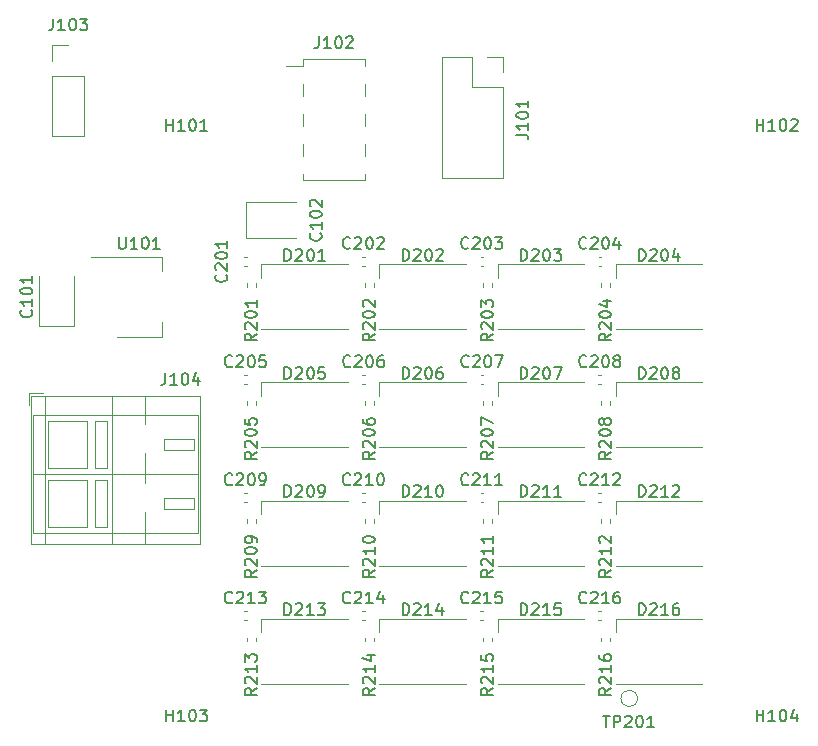
<source format=gbr>
%TF.GenerationSoftware,KiCad,Pcbnew,5.1.9+dfsg1-1~bpo10+1*%
%TF.CreationDate,2021-09-24T07:36:27+00:00*%
%TF.ProjectId,blinkenlights,626c696e-6b65-46e6-9c69-676874732e6b,rev?*%
%TF.SameCoordinates,Original*%
%TF.FileFunction,Legend,Top*%
%TF.FilePolarity,Positive*%
%FSLAX46Y46*%
G04 Gerber Fmt 4.6, Leading zero omitted, Abs format (unit mm)*
G04 Created by KiCad (PCBNEW 5.1.9+dfsg1-1~bpo10+1) date 2021-09-24 07:36:27*
%MOMM*%
%LPD*%
G01*
G04 APERTURE LIST*
%ADD10C,0.120000*%
%ADD11C,0.150000*%
G04 APERTURE END LIST*
D10*
%TO.C,C101*%
X102490000Y-73250000D02*
X102490000Y-77460000D01*
X102490000Y-77460000D02*
X105510000Y-77460000D01*
X105510000Y-77460000D02*
X105510000Y-73250000D01*
%TO.C,C102*%
X120040000Y-70010000D02*
X124250000Y-70010000D01*
X120040000Y-66990000D02*
X120040000Y-70010000D01*
X124250000Y-66990000D02*
X120040000Y-66990000D01*
%TO.C,C201*%
X119912164Y-72360000D02*
X120127836Y-72360000D01*
X119912164Y-71640000D02*
X120127836Y-71640000D01*
%TO.C,C202*%
X129912164Y-72360000D02*
X130127836Y-72360000D01*
X129912164Y-71640000D02*
X130127836Y-71640000D01*
%TO.C,C203*%
X139912164Y-71640000D02*
X140127836Y-71640000D01*
X139912164Y-72360000D02*
X140127836Y-72360000D01*
%TO.C,C204*%
X149912164Y-71640000D02*
X150127836Y-71640000D01*
X149912164Y-72360000D02*
X150127836Y-72360000D01*
%TO.C,C205*%
X119912164Y-81640000D02*
X120127836Y-81640000D01*
X119912164Y-82360000D02*
X120127836Y-82360000D01*
%TO.C,C206*%
X129912164Y-81640000D02*
X130127836Y-81640000D01*
X129912164Y-82360000D02*
X130127836Y-82360000D01*
%TO.C,C207*%
X139912164Y-81640000D02*
X140127836Y-81640000D01*
X139912164Y-82360000D02*
X140127836Y-82360000D01*
%TO.C,C208*%
X149892164Y-82360000D02*
X150107836Y-82360000D01*
X149892164Y-81640000D02*
X150107836Y-81640000D01*
%TO.C,C209*%
X119912164Y-92360000D02*
X120127836Y-92360000D01*
X119912164Y-91640000D02*
X120127836Y-91640000D01*
%TO.C,C210*%
X129912164Y-92360000D02*
X130127836Y-92360000D01*
X129912164Y-91640000D02*
X130127836Y-91640000D01*
%TO.C,C211*%
X139912164Y-92360000D02*
X140127836Y-92360000D01*
X139912164Y-91640000D02*
X140127836Y-91640000D01*
%TO.C,C212*%
X149892164Y-92360000D02*
X150107836Y-92360000D01*
X149892164Y-91640000D02*
X150107836Y-91640000D01*
%TO.C,C213*%
X119892164Y-101640000D02*
X120107836Y-101640000D01*
X119892164Y-102360000D02*
X120107836Y-102360000D01*
%TO.C,C214*%
X129892164Y-101640000D02*
X130107836Y-101640000D01*
X129892164Y-102360000D02*
X130107836Y-102360000D01*
%TO.C,C215*%
X139892164Y-102360000D02*
X140107836Y-102360000D01*
X139892164Y-101640000D02*
X140107836Y-101640000D01*
%TO.C,C216*%
X149892164Y-101640000D02*
X150107836Y-101640000D01*
X149892164Y-102360000D02*
X150107836Y-102360000D01*
%TO.C,D201*%
X121350000Y-72250000D02*
X128650000Y-72250000D01*
X121350000Y-73400000D02*
X121350000Y-72250000D01*
X121350000Y-77750000D02*
X128650000Y-77750000D01*
%TO.C,D202*%
X131350000Y-77750000D02*
X138650000Y-77750000D01*
X131350000Y-73400000D02*
X131350000Y-72250000D01*
X131350000Y-72250000D02*
X138650000Y-72250000D01*
%TO.C,D203*%
X141350000Y-72250000D02*
X148650000Y-72250000D01*
X141350000Y-73400000D02*
X141350000Y-72250000D01*
X141350000Y-77750000D02*
X148650000Y-77750000D01*
%TO.C,D204*%
X151350000Y-72250000D02*
X158650000Y-72250000D01*
X151350000Y-73400000D02*
X151350000Y-72250000D01*
X151350000Y-77750000D02*
X158650000Y-77750000D01*
%TO.C,D205*%
X121350000Y-87750000D02*
X128650000Y-87750000D01*
X121350000Y-83400000D02*
X121350000Y-82250000D01*
X121350000Y-82250000D02*
X128650000Y-82250000D01*
%TO.C,D206*%
X131350000Y-87750000D02*
X138650000Y-87750000D01*
X131350000Y-83400000D02*
X131350000Y-82250000D01*
X131350000Y-82250000D02*
X138650000Y-82250000D01*
%TO.C,D207*%
X141350000Y-87750000D02*
X148650000Y-87750000D01*
X141350000Y-83400000D02*
X141350000Y-82250000D01*
X141350000Y-82250000D02*
X148650000Y-82250000D01*
%TO.C,D208*%
X151350000Y-82250000D02*
X158650000Y-82250000D01*
X151350000Y-83400000D02*
X151350000Y-82250000D01*
X151350000Y-87750000D02*
X158650000Y-87750000D01*
%TO.C,D209*%
X121350000Y-97750000D02*
X128650000Y-97750000D01*
X121350000Y-93400000D02*
X121350000Y-92250000D01*
X121350000Y-92250000D02*
X128650000Y-92250000D01*
%TO.C,D210*%
X131350000Y-97750000D02*
X138650000Y-97750000D01*
X131350000Y-93400000D02*
X131350000Y-92250000D01*
X131350000Y-92250000D02*
X138650000Y-92250000D01*
%TO.C,D211*%
X141350000Y-97750000D02*
X148650000Y-97750000D01*
X141350000Y-93400000D02*
X141350000Y-92250000D01*
X141350000Y-92250000D02*
X148650000Y-92250000D01*
%TO.C,D212*%
X151350000Y-92250000D02*
X158650000Y-92250000D01*
X151350000Y-93400000D02*
X151350000Y-92250000D01*
X151350000Y-97750000D02*
X158650000Y-97750000D01*
%TO.C,D213*%
X121350000Y-102250000D02*
X128650000Y-102250000D01*
X121350000Y-103400000D02*
X121350000Y-102250000D01*
X121350000Y-107750000D02*
X128650000Y-107750000D01*
%TO.C,D214*%
X131350000Y-107750000D02*
X138650000Y-107750000D01*
X131350000Y-103400000D02*
X131350000Y-102250000D01*
X131350000Y-102250000D02*
X138650000Y-102250000D01*
%TO.C,D215*%
X141350000Y-102250000D02*
X148650000Y-102250000D01*
X141350000Y-103400000D02*
X141350000Y-102250000D01*
X141350000Y-107750000D02*
X148650000Y-107750000D01*
%TO.C,D216*%
X151350000Y-102250000D02*
X158650000Y-102250000D01*
X151350000Y-103400000D02*
X151350000Y-102250000D01*
X151350000Y-107750000D02*
X158650000Y-107750000D01*
%TO.C,J101*%
X140500000Y-54670000D02*
X141830000Y-54670000D01*
X141830000Y-54670000D02*
X141830000Y-56000000D01*
X139230000Y-54670000D02*
X139230000Y-57270000D01*
X139230000Y-57270000D02*
X141830000Y-57270000D01*
X141830000Y-57270000D02*
X141830000Y-64950000D01*
X136630000Y-64950000D02*
X141830000Y-64950000D01*
X136630000Y-54670000D02*
X136630000Y-64950000D01*
X136630000Y-54670000D02*
X139230000Y-54670000D01*
%TO.C,J102*%
X130100000Y-62030000D02*
X130100000Y-63050000D01*
X124900000Y-62030000D02*
X124900000Y-63050000D01*
X130100000Y-59490000D02*
X130100000Y-60510000D01*
X124900000Y-59490000D02*
X124900000Y-60510000D01*
X130100000Y-56950000D02*
X130100000Y-57970000D01*
X124900000Y-56950000D02*
X124900000Y-57970000D01*
X130100000Y-64570000D02*
X130100000Y-65140000D01*
X124900000Y-64570000D02*
X124900000Y-65140000D01*
X130100000Y-54860000D02*
X130100000Y-55430000D01*
X124900000Y-54860000D02*
X124900000Y-55430000D01*
X123460000Y-55430000D02*
X124900000Y-55430000D01*
X124900000Y-65140000D02*
X130100000Y-65140000D01*
X124900000Y-54860000D02*
X130100000Y-54860000D01*
%TO.C,J103*%
X103670000Y-53670000D02*
X105000000Y-53670000D01*
X103670000Y-55000000D02*
X103670000Y-53670000D01*
X103670000Y-56270000D02*
X106330000Y-56270000D01*
X106330000Y-56270000D02*
X106330000Y-61410000D01*
X103670000Y-56270000D02*
X103670000Y-61410000D01*
X103670000Y-61410000D02*
X106330000Y-61410000D01*
%TO.C,J104*%
X101640000Y-83140000D02*
X101640000Y-84140000D01*
X102880000Y-83140000D02*
X101640000Y-83140000D01*
X115650000Y-93000000D02*
X113151000Y-93000000D01*
X115650000Y-92000000D02*
X113151000Y-92000000D01*
X113151000Y-92000000D02*
X113151000Y-93000000D01*
X115650000Y-92000000D02*
X115650000Y-93000000D01*
X108300000Y-94500000D02*
X107300000Y-94500000D01*
X108300000Y-90500000D02*
X107300000Y-90500000D01*
X107300000Y-90500000D02*
X107300000Y-94500000D01*
X108300000Y-90500000D02*
X108300000Y-94500000D01*
X116000000Y-95000000D02*
X102000000Y-95000000D01*
X116000000Y-90000000D02*
X102000000Y-90000000D01*
X102000000Y-90000000D02*
X102000000Y-95000000D01*
X116000000Y-90000000D02*
X116000000Y-95000000D01*
X106600000Y-94500000D02*
X103300000Y-94500000D01*
X106600000Y-90500000D02*
X103300000Y-90500000D01*
X103300000Y-90500000D02*
X103300000Y-94500000D01*
X106600000Y-90500000D02*
X106600000Y-94500000D01*
X115650000Y-88000000D02*
X113151000Y-88000000D01*
X115650000Y-87000000D02*
X113151000Y-87000000D01*
X113151000Y-87000000D02*
X113151000Y-88000000D01*
X115650000Y-87000000D02*
X115650000Y-88000000D01*
X108300000Y-89500000D02*
X107300000Y-89500000D01*
X108300000Y-85500000D02*
X107300000Y-85500000D01*
X107300000Y-85500000D02*
X107300000Y-89500000D01*
X108300000Y-85500000D02*
X108300000Y-89500000D01*
X116000000Y-90000000D02*
X102000000Y-90000000D01*
X116000000Y-85000000D02*
X102000000Y-85000000D01*
X102000000Y-85000000D02*
X102000000Y-90000000D01*
X116000000Y-85000000D02*
X116000000Y-90000000D01*
X106600000Y-89500000D02*
X103300000Y-89500000D01*
X106600000Y-85500000D02*
X103300000Y-85500000D01*
X103300000Y-85500000D02*
X103300000Y-89500000D01*
X106600000Y-85500000D02*
X106600000Y-89500000D01*
X116120000Y-95921000D02*
X101880000Y-95921000D01*
X116120000Y-83380000D02*
X101880000Y-83380000D01*
X101880000Y-83380000D02*
X101880000Y-95921000D01*
X116120000Y-83380000D02*
X116120000Y-95921000D01*
X111500000Y-93230000D02*
X111500000Y-95921000D01*
X111500000Y-88230000D02*
X111500000Y-90770000D01*
X111500000Y-83380000D02*
X111500000Y-85770000D01*
X108700000Y-83380000D02*
X108700000Y-95921000D01*
X103000000Y-83380000D02*
X103000000Y-95921000D01*
%TO.C,R201*%
X120120000Y-74153641D02*
X120120000Y-73846359D01*
X120880000Y-74153641D02*
X120880000Y-73846359D01*
%TO.C,R202*%
X130120000Y-74153641D02*
X130120000Y-73846359D01*
X130880000Y-74153641D02*
X130880000Y-73846359D01*
%TO.C,R203*%
X140120000Y-74153641D02*
X140120000Y-73846359D01*
X140880000Y-74153641D02*
X140880000Y-73846359D01*
%TO.C,R204*%
X150120000Y-74153641D02*
X150120000Y-73846359D01*
X150880000Y-74153641D02*
X150880000Y-73846359D01*
%TO.C,R205*%
X120120000Y-84153641D02*
X120120000Y-83846359D01*
X120880000Y-84153641D02*
X120880000Y-83846359D01*
%TO.C,R206*%
X130120000Y-84153641D02*
X130120000Y-83846359D01*
X130880000Y-84153641D02*
X130880000Y-83846359D01*
%TO.C,R207*%
X140120000Y-84153641D02*
X140120000Y-83846359D01*
X140880000Y-84153641D02*
X140880000Y-83846359D01*
%TO.C,R208*%
X150880000Y-84143641D02*
X150880000Y-83836359D01*
X150120000Y-84143641D02*
X150120000Y-83836359D01*
%TO.C,R209*%
X120880000Y-94153641D02*
X120880000Y-93846359D01*
X120120000Y-94153641D02*
X120120000Y-93846359D01*
%TO.C,R210*%
X130880000Y-94153641D02*
X130880000Y-93846359D01*
X130120000Y-94153641D02*
X130120000Y-93846359D01*
%TO.C,R211*%
X140880000Y-94153641D02*
X140880000Y-93846359D01*
X140120000Y-94153641D02*
X140120000Y-93846359D01*
%TO.C,R212*%
X150880000Y-94153641D02*
X150880000Y-93846359D01*
X150120000Y-94153641D02*
X150120000Y-93846359D01*
%TO.C,R213*%
X120880000Y-104153641D02*
X120880000Y-103846359D01*
X120120000Y-104153641D02*
X120120000Y-103846359D01*
%TO.C,R214*%
X130880000Y-104163641D02*
X130880000Y-103856359D01*
X130120000Y-104163641D02*
X130120000Y-103856359D01*
%TO.C,R215*%
X140880000Y-104153641D02*
X140880000Y-103846359D01*
X140120000Y-104153641D02*
X140120000Y-103846359D01*
%TO.C,R216*%
X150120000Y-104153641D02*
X150120000Y-103846359D01*
X150880000Y-104153641D02*
X150880000Y-103846359D01*
%TO.C,TP201*%
X153200000Y-109000000D02*
G75*
G03*
X153200000Y-109000000I-700000J0D01*
G01*
%TO.C,U101*%
X106900000Y-71590000D02*
X112910000Y-71590000D01*
X109150000Y-78410000D02*
X112910000Y-78410000D01*
X112910000Y-71590000D02*
X112910000Y-72850000D01*
X112910000Y-78410000D02*
X112910000Y-77150000D01*
%TD*%
%TO.C,C101*%
D11*
X101857142Y-76119047D02*
X101904761Y-76166666D01*
X101952380Y-76309523D01*
X101952380Y-76404761D01*
X101904761Y-76547619D01*
X101809523Y-76642857D01*
X101714285Y-76690476D01*
X101523809Y-76738095D01*
X101380952Y-76738095D01*
X101190476Y-76690476D01*
X101095238Y-76642857D01*
X101000000Y-76547619D01*
X100952380Y-76404761D01*
X100952380Y-76309523D01*
X101000000Y-76166666D01*
X101047619Y-76119047D01*
X101952380Y-75166666D02*
X101952380Y-75738095D01*
X101952380Y-75452380D02*
X100952380Y-75452380D01*
X101095238Y-75547619D01*
X101190476Y-75642857D01*
X101238095Y-75738095D01*
X100952380Y-74547619D02*
X100952380Y-74452380D01*
X101000000Y-74357142D01*
X101047619Y-74309523D01*
X101142857Y-74261904D01*
X101333333Y-74214285D01*
X101571428Y-74214285D01*
X101761904Y-74261904D01*
X101857142Y-74309523D01*
X101904761Y-74357142D01*
X101952380Y-74452380D01*
X101952380Y-74547619D01*
X101904761Y-74642857D01*
X101857142Y-74690476D01*
X101761904Y-74738095D01*
X101571428Y-74785714D01*
X101333333Y-74785714D01*
X101142857Y-74738095D01*
X101047619Y-74690476D01*
X101000000Y-74642857D01*
X100952380Y-74547619D01*
X101952380Y-73261904D02*
X101952380Y-73833333D01*
X101952380Y-73547619D02*
X100952380Y-73547619D01*
X101095238Y-73642857D01*
X101190476Y-73738095D01*
X101238095Y-73833333D01*
%TO.C,C102*%
X126357142Y-69619047D02*
X126404761Y-69666666D01*
X126452380Y-69809523D01*
X126452380Y-69904761D01*
X126404761Y-70047619D01*
X126309523Y-70142857D01*
X126214285Y-70190476D01*
X126023809Y-70238095D01*
X125880952Y-70238095D01*
X125690476Y-70190476D01*
X125595238Y-70142857D01*
X125500000Y-70047619D01*
X125452380Y-69904761D01*
X125452380Y-69809523D01*
X125500000Y-69666666D01*
X125547619Y-69619047D01*
X126452380Y-68666666D02*
X126452380Y-69238095D01*
X126452380Y-68952380D02*
X125452380Y-68952380D01*
X125595238Y-69047619D01*
X125690476Y-69142857D01*
X125738095Y-69238095D01*
X125452380Y-68047619D02*
X125452380Y-67952380D01*
X125500000Y-67857142D01*
X125547619Y-67809523D01*
X125642857Y-67761904D01*
X125833333Y-67714285D01*
X126071428Y-67714285D01*
X126261904Y-67761904D01*
X126357142Y-67809523D01*
X126404761Y-67857142D01*
X126452380Y-67952380D01*
X126452380Y-68047619D01*
X126404761Y-68142857D01*
X126357142Y-68190476D01*
X126261904Y-68238095D01*
X126071428Y-68285714D01*
X125833333Y-68285714D01*
X125642857Y-68238095D01*
X125547619Y-68190476D01*
X125500000Y-68142857D01*
X125452380Y-68047619D01*
X125547619Y-67333333D02*
X125500000Y-67285714D01*
X125452380Y-67190476D01*
X125452380Y-66952380D01*
X125500000Y-66857142D01*
X125547619Y-66809523D01*
X125642857Y-66761904D01*
X125738095Y-66761904D01*
X125880952Y-66809523D01*
X126452380Y-67380952D01*
X126452380Y-66761904D01*
%TO.C,C201*%
X118357142Y-73119047D02*
X118404761Y-73166666D01*
X118452380Y-73309523D01*
X118452380Y-73404761D01*
X118404761Y-73547619D01*
X118309523Y-73642857D01*
X118214285Y-73690476D01*
X118023809Y-73738095D01*
X117880952Y-73738095D01*
X117690476Y-73690476D01*
X117595238Y-73642857D01*
X117500000Y-73547619D01*
X117452380Y-73404761D01*
X117452380Y-73309523D01*
X117500000Y-73166666D01*
X117547619Y-73119047D01*
X117547619Y-72738095D02*
X117500000Y-72690476D01*
X117452380Y-72595238D01*
X117452380Y-72357142D01*
X117500000Y-72261904D01*
X117547619Y-72214285D01*
X117642857Y-72166666D01*
X117738095Y-72166666D01*
X117880952Y-72214285D01*
X118452380Y-72785714D01*
X118452380Y-72166666D01*
X117452380Y-71547619D02*
X117452380Y-71452380D01*
X117500000Y-71357142D01*
X117547619Y-71309523D01*
X117642857Y-71261904D01*
X117833333Y-71214285D01*
X118071428Y-71214285D01*
X118261904Y-71261904D01*
X118357142Y-71309523D01*
X118404761Y-71357142D01*
X118452380Y-71452380D01*
X118452380Y-71547619D01*
X118404761Y-71642857D01*
X118357142Y-71690476D01*
X118261904Y-71738095D01*
X118071428Y-71785714D01*
X117833333Y-71785714D01*
X117642857Y-71738095D01*
X117547619Y-71690476D01*
X117500000Y-71642857D01*
X117452380Y-71547619D01*
X118452380Y-70261904D02*
X118452380Y-70833333D01*
X118452380Y-70547619D02*
X117452380Y-70547619D01*
X117595238Y-70642857D01*
X117690476Y-70738095D01*
X117738095Y-70833333D01*
%TO.C,C202*%
X128880952Y-70857142D02*
X128833333Y-70904761D01*
X128690476Y-70952380D01*
X128595238Y-70952380D01*
X128452380Y-70904761D01*
X128357142Y-70809523D01*
X128309523Y-70714285D01*
X128261904Y-70523809D01*
X128261904Y-70380952D01*
X128309523Y-70190476D01*
X128357142Y-70095238D01*
X128452380Y-70000000D01*
X128595238Y-69952380D01*
X128690476Y-69952380D01*
X128833333Y-70000000D01*
X128880952Y-70047619D01*
X129261904Y-70047619D02*
X129309523Y-70000000D01*
X129404761Y-69952380D01*
X129642857Y-69952380D01*
X129738095Y-70000000D01*
X129785714Y-70047619D01*
X129833333Y-70142857D01*
X129833333Y-70238095D01*
X129785714Y-70380952D01*
X129214285Y-70952380D01*
X129833333Y-70952380D01*
X130452380Y-69952380D02*
X130547619Y-69952380D01*
X130642857Y-70000000D01*
X130690476Y-70047619D01*
X130738095Y-70142857D01*
X130785714Y-70333333D01*
X130785714Y-70571428D01*
X130738095Y-70761904D01*
X130690476Y-70857142D01*
X130642857Y-70904761D01*
X130547619Y-70952380D01*
X130452380Y-70952380D01*
X130357142Y-70904761D01*
X130309523Y-70857142D01*
X130261904Y-70761904D01*
X130214285Y-70571428D01*
X130214285Y-70333333D01*
X130261904Y-70142857D01*
X130309523Y-70047619D01*
X130357142Y-70000000D01*
X130452380Y-69952380D01*
X131166666Y-70047619D02*
X131214285Y-70000000D01*
X131309523Y-69952380D01*
X131547619Y-69952380D01*
X131642857Y-70000000D01*
X131690476Y-70047619D01*
X131738095Y-70142857D01*
X131738095Y-70238095D01*
X131690476Y-70380952D01*
X131119047Y-70952380D01*
X131738095Y-70952380D01*
%TO.C,C203*%
X138880952Y-70857142D02*
X138833333Y-70904761D01*
X138690476Y-70952380D01*
X138595238Y-70952380D01*
X138452380Y-70904761D01*
X138357142Y-70809523D01*
X138309523Y-70714285D01*
X138261904Y-70523809D01*
X138261904Y-70380952D01*
X138309523Y-70190476D01*
X138357142Y-70095238D01*
X138452380Y-70000000D01*
X138595238Y-69952380D01*
X138690476Y-69952380D01*
X138833333Y-70000000D01*
X138880952Y-70047619D01*
X139261904Y-70047619D02*
X139309523Y-70000000D01*
X139404761Y-69952380D01*
X139642857Y-69952380D01*
X139738095Y-70000000D01*
X139785714Y-70047619D01*
X139833333Y-70142857D01*
X139833333Y-70238095D01*
X139785714Y-70380952D01*
X139214285Y-70952380D01*
X139833333Y-70952380D01*
X140452380Y-69952380D02*
X140547619Y-69952380D01*
X140642857Y-70000000D01*
X140690476Y-70047619D01*
X140738095Y-70142857D01*
X140785714Y-70333333D01*
X140785714Y-70571428D01*
X140738095Y-70761904D01*
X140690476Y-70857142D01*
X140642857Y-70904761D01*
X140547619Y-70952380D01*
X140452380Y-70952380D01*
X140357142Y-70904761D01*
X140309523Y-70857142D01*
X140261904Y-70761904D01*
X140214285Y-70571428D01*
X140214285Y-70333333D01*
X140261904Y-70142857D01*
X140309523Y-70047619D01*
X140357142Y-70000000D01*
X140452380Y-69952380D01*
X141119047Y-69952380D02*
X141738095Y-69952380D01*
X141404761Y-70333333D01*
X141547619Y-70333333D01*
X141642857Y-70380952D01*
X141690476Y-70428571D01*
X141738095Y-70523809D01*
X141738095Y-70761904D01*
X141690476Y-70857142D01*
X141642857Y-70904761D01*
X141547619Y-70952380D01*
X141261904Y-70952380D01*
X141166666Y-70904761D01*
X141119047Y-70857142D01*
%TO.C,C204*%
X148880952Y-70857142D02*
X148833333Y-70904761D01*
X148690476Y-70952380D01*
X148595238Y-70952380D01*
X148452380Y-70904761D01*
X148357142Y-70809523D01*
X148309523Y-70714285D01*
X148261904Y-70523809D01*
X148261904Y-70380952D01*
X148309523Y-70190476D01*
X148357142Y-70095238D01*
X148452380Y-70000000D01*
X148595238Y-69952380D01*
X148690476Y-69952380D01*
X148833333Y-70000000D01*
X148880952Y-70047619D01*
X149261904Y-70047619D02*
X149309523Y-70000000D01*
X149404761Y-69952380D01*
X149642857Y-69952380D01*
X149738095Y-70000000D01*
X149785714Y-70047619D01*
X149833333Y-70142857D01*
X149833333Y-70238095D01*
X149785714Y-70380952D01*
X149214285Y-70952380D01*
X149833333Y-70952380D01*
X150452380Y-69952380D02*
X150547619Y-69952380D01*
X150642857Y-70000000D01*
X150690476Y-70047619D01*
X150738095Y-70142857D01*
X150785714Y-70333333D01*
X150785714Y-70571428D01*
X150738095Y-70761904D01*
X150690476Y-70857142D01*
X150642857Y-70904761D01*
X150547619Y-70952380D01*
X150452380Y-70952380D01*
X150357142Y-70904761D01*
X150309523Y-70857142D01*
X150261904Y-70761904D01*
X150214285Y-70571428D01*
X150214285Y-70333333D01*
X150261904Y-70142857D01*
X150309523Y-70047619D01*
X150357142Y-70000000D01*
X150452380Y-69952380D01*
X151642857Y-70285714D02*
X151642857Y-70952380D01*
X151404761Y-69904761D02*
X151166666Y-70619047D01*
X151785714Y-70619047D01*
%TO.C,C205*%
X118880952Y-80857142D02*
X118833333Y-80904761D01*
X118690476Y-80952380D01*
X118595238Y-80952380D01*
X118452380Y-80904761D01*
X118357142Y-80809523D01*
X118309523Y-80714285D01*
X118261904Y-80523809D01*
X118261904Y-80380952D01*
X118309523Y-80190476D01*
X118357142Y-80095238D01*
X118452380Y-80000000D01*
X118595238Y-79952380D01*
X118690476Y-79952380D01*
X118833333Y-80000000D01*
X118880952Y-80047619D01*
X119261904Y-80047619D02*
X119309523Y-80000000D01*
X119404761Y-79952380D01*
X119642857Y-79952380D01*
X119738095Y-80000000D01*
X119785714Y-80047619D01*
X119833333Y-80142857D01*
X119833333Y-80238095D01*
X119785714Y-80380952D01*
X119214285Y-80952380D01*
X119833333Y-80952380D01*
X120452380Y-79952380D02*
X120547619Y-79952380D01*
X120642857Y-80000000D01*
X120690476Y-80047619D01*
X120738095Y-80142857D01*
X120785714Y-80333333D01*
X120785714Y-80571428D01*
X120738095Y-80761904D01*
X120690476Y-80857142D01*
X120642857Y-80904761D01*
X120547619Y-80952380D01*
X120452380Y-80952380D01*
X120357142Y-80904761D01*
X120309523Y-80857142D01*
X120261904Y-80761904D01*
X120214285Y-80571428D01*
X120214285Y-80333333D01*
X120261904Y-80142857D01*
X120309523Y-80047619D01*
X120357142Y-80000000D01*
X120452380Y-79952380D01*
X121690476Y-79952380D02*
X121214285Y-79952380D01*
X121166666Y-80428571D01*
X121214285Y-80380952D01*
X121309523Y-80333333D01*
X121547619Y-80333333D01*
X121642857Y-80380952D01*
X121690476Y-80428571D01*
X121738095Y-80523809D01*
X121738095Y-80761904D01*
X121690476Y-80857142D01*
X121642857Y-80904761D01*
X121547619Y-80952380D01*
X121309523Y-80952380D01*
X121214285Y-80904761D01*
X121166666Y-80857142D01*
%TO.C,C206*%
X128900952Y-80857142D02*
X128853333Y-80904761D01*
X128710476Y-80952380D01*
X128615238Y-80952380D01*
X128472380Y-80904761D01*
X128377142Y-80809523D01*
X128329523Y-80714285D01*
X128281904Y-80523809D01*
X128281904Y-80380952D01*
X128329523Y-80190476D01*
X128377142Y-80095238D01*
X128472380Y-80000000D01*
X128615238Y-79952380D01*
X128710476Y-79952380D01*
X128853333Y-80000000D01*
X128900952Y-80047619D01*
X129281904Y-80047619D02*
X129329523Y-80000000D01*
X129424761Y-79952380D01*
X129662857Y-79952380D01*
X129758095Y-80000000D01*
X129805714Y-80047619D01*
X129853333Y-80142857D01*
X129853333Y-80238095D01*
X129805714Y-80380952D01*
X129234285Y-80952380D01*
X129853333Y-80952380D01*
X130472380Y-79952380D02*
X130567619Y-79952380D01*
X130662857Y-80000000D01*
X130710476Y-80047619D01*
X130758095Y-80142857D01*
X130805714Y-80333333D01*
X130805714Y-80571428D01*
X130758095Y-80761904D01*
X130710476Y-80857142D01*
X130662857Y-80904761D01*
X130567619Y-80952380D01*
X130472380Y-80952380D01*
X130377142Y-80904761D01*
X130329523Y-80857142D01*
X130281904Y-80761904D01*
X130234285Y-80571428D01*
X130234285Y-80333333D01*
X130281904Y-80142857D01*
X130329523Y-80047619D01*
X130377142Y-80000000D01*
X130472380Y-79952380D01*
X131662857Y-79952380D02*
X131472380Y-79952380D01*
X131377142Y-80000000D01*
X131329523Y-80047619D01*
X131234285Y-80190476D01*
X131186666Y-80380952D01*
X131186666Y-80761904D01*
X131234285Y-80857142D01*
X131281904Y-80904761D01*
X131377142Y-80952380D01*
X131567619Y-80952380D01*
X131662857Y-80904761D01*
X131710476Y-80857142D01*
X131758095Y-80761904D01*
X131758095Y-80523809D01*
X131710476Y-80428571D01*
X131662857Y-80380952D01*
X131567619Y-80333333D01*
X131377142Y-80333333D01*
X131281904Y-80380952D01*
X131234285Y-80428571D01*
X131186666Y-80523809D01*
%TO.C,C207*%
X138900952Y-80857142D02*
X138853333Y-80904761D01*
X138710476Y-80952380D01*
X138615238Y-80952380D01*
X138472380Y-80904761D01*
X138377142Y-80809523D01*
X138329523Y-80714285D01*
X138281904Y-80523809D01*
X138281904Y-80380952D01*
X138329523Y-80190476D01*
X138377142Y-80095238D01*
X138472380Y-80000000D01*
X138615238Y-79952380D01*
X138710476Y-79952380D01*
X138853333Y-80000000D01*
X138900952Y-80047619D01*
X139281904Y-80047619D02*
X139329523Y-80000000D01*
X139424761Y-79952380D01*
X139662857Y-79952380D01*
X139758095Y-80000000D01*
X139805714Y-80047619D01*
X139853333Y-80142857D01*
X139853333Y-80238095D01*
X139805714Y-80380952D01*
X139234285Y-80952380D01*
X139853333Y-80952380D01*
X140472380Y-79952380D02*
X140567619Y-79952380D01*
X140662857Y-80000000D01*
X140710476Y-80047619D01*
X140758095Y-80142857D01*
X140805714Y-80333333D01*
X140805714Y-80571428D01*
X140758095Y-80761904D01*
X140710476Y-80857142D01*
X140662857Y-80904761D01*
X140567619Y-80952380D01*
X140472380Y-80952380D01*
X140377142Y-80904761D01*
X140329523Y-80857142D01*
X140281904Y-80761904D01*
X140234285Y-80571428D01*
X140234285Y-80333333D01*
X140281904Y-80142857D01*
X140329523Y-80047619D01*
X140377142Y-80000000D01*
X140472380Y-79952380D01*
X141139047Y-79952380D02*
X141805714Y-79952380D01*
X141377142Y-80952380D01*
%TO.C,C208*%
X148880952Y-80857142D02*
X148833333Y-80904761D01*
X148690476Y-80952380D01*
X148595238Y-80952380D01*
X148452380Y-80904761D01*
X148357142Y-80809523D01*
X148309523Y-80714285D01*
X148261904Y-80523809D01*
X148261904Y-80380952D01*
X148309523Y-80190476D01*
X148357142Y-80095238D01*
X148452380Y-80000000D01*
X148595238Y-79952380D01*
X148690476Y-79952380D01*
X148833333Y-80000000D01*
X148880952Y-80047619D01*
X149261904Y-80047619D02*
X149309523Y-80000000D01*
X149404761Y-79952380D01*
X149642857Y-79952380D01*
X149738095Y-80000000D01*
X149785714Y-80047619D01*
X149833333Y-80142857D01*
X149833333Y-80238095D01*
X149785714Y-80380952D01*
X149214285Y-80952380D01*
X149833333Y-80952380D01*
X150452380Y-79952380D02*
X150547619Y-79952380D01*
X150642857Y-80000000D01*
X150690476Y-80047619D01*
X150738095Y-80142857D01*
X150785714Y-80333333D01*
X150785714Y-80571428D01*
X150738095Y-80761904D01*
X150690476Y-80857142D01*
X150642857Y-80904761D01*
X150547619Y-80952380D01*
X150452380Y-80952380D01*
X150357142Y-80904761D01*
X150309523Y-80857142D01*
X150261904Y-80761904D01*
X150214285Y-80571428D01*
X150214285Y-80333333D01*
X150261904Y-80142857D01*
X150309523Y-80047619D01*
X150357142Y-80000000D01*
X150452380Y-79952380D01*
X151357142Y-80380952D02*
X151261904Y-80333333D01*
X151214285Y-80285714D01*
X151166666Y-80190476D01*
X151166666Y-80142857D01*
X151214285Y-80047619D01*
X151261904Y-80000000D01*
X151357142Y-79952380D01*
X151547619Y-79952380D01*
X151642857Y-80000000D01*
X151690476Y-80047619D01*
X151738095Y-80142857D01*
X151738095Y-80190476D01*
X151690476Y-80285714D01*
X151642857Y-80333333D01*
X151547619Y-80380952D01*
X151357142Y-80380952D01*
X151261904Y-80428571D01*
X151214285Y-80476190D01*
X151166666Y-80571428D01*
X151166666Y-80761904D01*
X151214285Y-80857142D01*
X151261904Y-80904761D01*
X151357142Y-80952380D01*
X151547619Y-80952380D01*
X151642857Y-80904761D01*
X151690476Y-80857142D01*
X151738095Y-80761904D01*
X151738095Y-80571428D01*
X151690476Y-80476190D01*
X151642857Y-80428571D01*
X151547619Y-80380952D01*
%TO.C,C209*%
X118880952Y-90857142D02*
X118833333Y-90904761D01*
X118690476Y-90952380D01*
X118595238Y-90952380D01*
X118452380Y-90904761D01*
X118357142Y-90809523D01*
X118309523Y-90714285D01*
X118261904Y-90523809D01*
X118261904Y-90380952D01*
X118309523Y-90190476D01*
X118357142Y-90095238D01*
X118452380Y-90000000D01*
X118595238Y-89952380D01*
X118690476Y-89952380D01*
X118833333Y-90000000D01*
X118880952Y-90047619D01*
X119261904Y-90047619D02*
X119309523Y-90000000D01*
X119404761Y-89952380D01*
X119642857Y-89952380D01*
X119738095Y-90000000D01*
X119785714Y-90047619D01*
X119833333Y-90142857D01*
X119833333Y-90238095D01*
X119785714Y-90380952D01*
X119214285Y-90952380D01*
X119833333Y-90952380D01*
X120452380Y-89952380D02*
X120547619Y-89952380D01*
X120642857Y-90000000D01*
X120690476Y-90047619D01*
X120738095Y-90142857D01*
X120785714Y-90333333D01*
X120785714Y-90571428D01*
X120738095Y-90761904D01*
X120690476Y-90857142D01*
X120642857Y-90904761D01*
X120547619Y-90952380D01*
X120452380Y-90952380D01*
X120357142Y-90904761D01*
X120309523Y-90857142D01*
X120261904Y-90761904D01*
X120214285Y-90571428D01*
X120214285Y-90333333D01*
X120261904Y-90142857D01*
X120309523Y-90047619D01*
X120357142Y-90000000D01*
X120452380Y-89952380D01*
X121261904Y-90952380D02*
X121452380Y-90952380D01*
X121547619Y-90904761D01*
X121595238Y-90857142D01*
X121690476Y-90714285D01*
X121738095Y-90523809D01*
X121738095Y-90142857D01*
X121690476Y-90047619D01*
X121642857Y-90000000D01*
X121547619Y-89952380D01*
X121357142Y-89952380D01*
X121261904Y-90000000D01*
X121214285Y-90047619D01*
X121166666Y-90142857D01*
X121166666Y-90380952D01*
X121214285Y-90476190D01*
X121261904Y-90523809D01*
X121357142Y-90571428D01*
X121547619Y-90571428D01*
X121642857Y-90523809D01*
X121690476Y-90476190D01*
X121738095Y-90380952D01*
%TO.C,C210*%
X128880952Y-90857142D02*
X128833333Y-90904761D01*
X128690476Y-90952380D01*
X128595238Y-90952380D01*
X128452380Y-90904761D01*
X128357142Y-90809523D01*
X128309523Y-90714285D01*
X128261904Y-90523809D01*
X128261904Y-90380952D01*
X128309523Y-90190476D01*
X128357142Y-90095238D01*
X128452380Y-90000000D01*
X128595238Y-89952380D01*
X128690476Y-89952380D01*
X128833333Y-90000000D01*
X128880952Y-90047619D01*
X129261904Y-90047619D02*
X129309523Y-90000000D01*
X129404761Y-89952380D01*
X129642857Y-89952380D01*
X129738095Y-90000000D01*
X129785714Y-90047619D01*
X129833333Y-90142857D01*
X129833333Y-90238095D01*
X129785714Y-90380952D01*
X129214285Y-90952380D01*
X129833333Y-90952380D01*
X130785714Y-90952380D02*
X130214285Y-90952380D01*
X130500000Y-90952380D02*
X130500000Y-89952380D01*
X130404761Y-90095238D01*
X130309523Y-90190476D01*
X130214285Y-90238095D01*
X131404761Y-89952380D02*
X131500000Y-89952380D01*
X131595238Y-90000000D01*
X131642857Y-90047619D01*
X131690476Y-90142857D01*
X131738095Y-90333333D01*
X131738095Y-90571428D01*
X131690476Y-90761904D01*
X131642857Y-90857142D01*
X131595238Y-90904761D01*
X131500000Y-90952380D01*
X131404761Y-90952380D01*
X131309523Y-90904761D01*
X131261904Y-90857142D01*
X131214285Y-90761904D01*
X131166666Y-90571428D01*
X131166666Y-90333333D01*
X131214285Y-90142857D01*
X131261904Y-90047619D01*
X131309523Y-90000000D01*
X131404761Y-89952380D01*
%TO.C,C211*%
X138880952Y-90857142D02*
X138833333Y-90904761D01*
X138690476Y-90952380D01*
X138595238Y-90952380D01*
X138452380Y-90904761D01*
X138357142Y-90809523D01*
X138309523Y-90714285D01*
X138261904Y-90523809D01*
X138261904Y-90380952D01*
X138309523Y-90190476D01*
X138357142Y-90095238D01*
X138452380Y-90000000D01*
X138595238Y-89952380D01*
X138690476Y-89952380D01*
X138833333Y-90000000D01*
X138880952Y-90047619D01*
X139261904Y-90047619D02*
X139309523Y-90000000D01*
X139404761Y-89952380D01*
X139642857Y-89952380D01*
X139738095Y-90000000D01*
X139785714Y-90047619D01*
X139833333Y-90142857D01*
X139833333Y-90238095D01*
X139785714Y-90380952D01*
X139214285Y-90952380D01*
X139833333Y-90952380D01*
X140785714Y-90952380D02*
X140214285Y-90952380D01*
X140500000Y-90952380D02*
X140500000Y-89952380D01*
X140404761Y-90095238D01*
X140309523Y-90190476D01*
X140214285Y-90238095D01*
X141738095Y-90952380D02*
X141166666Y-90952380D01*
X141452380Y-90952380D02*
X141452380Y-89952380D01*
X141357142Y-90095238D01*
X141261904Y-90190476D01*
X141166666Y-90238095D01*
%TO.C,C212*%
X148880952Y-90857142D02*
X148833333Y-90904761D01*
X148690476Y-90952380D01*
X148595238Y-90952380D01*
X148452380Y-90904761D01*
X148357142Y-90809523D01*
X148309523Y-90714285D01*
X148261904Y-90523809D01*
X148261904Y-90380952D01*
X148309523Y-90190476D01*
X148357142Y-90095238D01*
X148452380Y-90000000D01*
X148595238Y-89952380D01*
X148690476Y-89952380D01*
X148833333Y-90000000D01*
X148880952Y-90047619D01*
X149261904Y-90047619D02*
X149309523Y-90000000D01*
X149404761Y-89952380D01*
X149642857Y-89952380D01*
X149738095Y-90000000D01*
X149785714Y-90047619D01*
X149833333Y-90142857D01*
X149833333Y-90238095D01*
X149785714Y-90380952D01*
X149214285Y-90952380D01*
X149833333Y-90952380D01*
X150785714Y-90952380D02*
X150214285Y-90952380D01*
X150500000Y-90952380D02*
X150500000Y-89952380D01*
X150404761Y-90095238D01*
X150309523Y-90190476D01*
X150214285Y-90238095D01*
X151166666Y-90047619D02*
X151214285Y-90000000D01*
X151309523Y-89952380D01*
X151547619Y-89952380D01*
X151642857Y-90000000D01*
X151690476Y-90047619D01*
X151738095Y-90142857D01*
X151738095Y-90238095D01*
X151690476Y-90380952D01*
X151119047Y-90952380D01*
X151738095Y-90952380D01*
%TO.C,C213*%
X118880952Y-100857142D02*
X118833333Y-100904761D01*
X118690476Y-100952380D01*
X118595238Y-100952380D01*
X118452380Y-100904761D01*
X118357142Y-100809523D01*
X118309523Y-100714285D01*
X118261904Y-100523809D01*
X118261904Y-100380952D01*
X118309523Y-100190476D01*
X118357142Y-100095238D01*
X118452380Y-100000000D01*
X118595238Y-99952380D01*
X118690476Y-99952380D01*
X118833333Y-100000000D01*
X118880952Y-100047619D01*
X119261904Y-100047619D02*
X119309523Y-100000000D01*
X119404761Y-99952380D01*
X119642857Y-99952380D01*
X119738095Y-100000000D01*
X119785714Y-100047619D01*
X119833333Y-100142857D01*
X119833333Y-100238095D01*
X119785714Y-100380952D01*
X119214285Y-100952380D01*
X119833333Y-100952380D01*
X120785714Y-100952380D02*
X120214285Y-100952380D01*
X120500000Y-100952380D02*
X120500000Y-99952380D01*
X120404761Y-100095238D01*
X120309523Y-100190476D01*
X120214285Y-100238095D01*
X121119047Y-99952380D02*
X121738095Y-99952380D01*
X121404761Y-100333333D01*
X121547619Y-100333333D01*
X121642857Y-100380952D01*
X121690476Y-100428571D01*
X121738095Y-100523809D01*
X121738095Y-100761904D01*
X121690476Y-100857142D01*
X121642857Y-100904761D01*
X121547619Y-100952380D01*
X121261904Y-100952380D01*
X121166666Y-100904761D01*
X121119047Y-100857142D01*
%TO.C,C214*%
X128880952Y-100857142D02*
X128833333Y-100904761D01*
X128690476Y-100952380D01*
X128595238Y-100952380D01*
X128452380Y-100904761D01*
X128357142Y-100809523D01*
X128309523Y-100714285D01*
X128261904Y-100523809D01*
X128261904Y-100380952D01*
X128309523Y-100190476D01*
X128357142Y-100095238D01*
X128452380Y-100000000D01*
X128595238Y-99952380D01*
X128690476Y-99952380D01*
X128833333Y-100000000D01*
X128880952Y-100047619D01*
X129261904Y-100047619D02*
X129309523Y-100000000D01*
X129404761Y-99952380D01*
X129642857Y-99952380D01*
X129738095Y-100000000D01*
X129785714Y-100047619D01*
X129833333Y-100142857D01*
X129833333Y-100238095D01*
X129785714Y-100380952D01*
X129214285Y-100952380D01*
X129833333Y-100952380D01*
X130785714Y-100952380D02*
X130214285Y-100952380D01*
X130500000Y-100952380D02*
X130500000Y-99952380D01*
X130404761Y-100095238D01*
X130309523Y-100190476D01*
X130214285Y-100238095D01*
X131642857Y-100285714D02*
X131642857Y-100952380D01*
X131404761Y-99904761D02*
X131166666Y-100619047D01*
X131785714Y-100619047D01*
%TO.C,C215*%
X138880952Y-100857142D02*
X138833333Y-100904761D01*
X138690476Y-100952380D01*
X138595238Y-100952380D01*
X138452380Y-100904761D01*
X138357142Y-100809523D01*
X138309523Y-100714285D01*
X138261904Y-100523809D01*
X138261904Y-100380952D01*
X138309523Y-100190476D01*
X138357142Y-100095238D01*
X138452380Y-100000000D01*
X138595238Y-99952380D01*
X138690476Y-99952380D01*
X138833333Y-100000000D01*
X138880952Y-100047619D01*
X139261904Y-100047619D02*
X139309523Y-100000000D01*
X139404761Y-99952380D01*
X139642857Y-99952380D01*
X139738095Y-100000000D01*
X139785714Y-100047619D01*
X139833333Y-100142857D01*
X139833333Y-100238095D01*
X139785714Y-100380952D01*
X139214285Y-100952380D01*
X139833333Y-100952380D01*
X140785714Y-100952380D02*
X140214285Y-100952380D01*
X140500000Y-100952380D02*
X140500000Y-99952380D01*
X140404761Y-100095238D01*
X140309523Y-100190476D01*
X140214285Y-100238095D01*
X141690476Y-99952380D02*
X141214285Y-99952380D01*
X141166666Y-100428571D01*
X141214285Y-100380952D01*
X141309523Y-100333333D01*
X141547619Y-100333333D01*
X141642857Y-100380952D01*
X141690476Y-100428571D01*
X141738095Y-100523809D01*
X141738095Y-100761904D01*
X141690476Y-100857142D01*
X141642857Y-100904761D01*
X141547619Y-100952380D01*
X141309523Y-100952380D01*
X141214285Y-100904761D01*
X141166666Y-100857142D01*
%TO.C,C216*%
X148880952Y-100857142D02*
X148833333Y-100904761D01*
X148690476Y-100952380D01*
X148595238Y-100952380D01*
X148452380Y-100904761D01*
X148357142Y-100809523D01*
X148309523Y-100714285D01*
X148261904Y-100523809D01*
X148261904Y-100380952D01*
X148309523Y-100190476D01*
X148357142Y-100095238D01*
X148452380Y-100000000D01*
X148595238Y-99952380D01*
X148690476Y-99952380D01*
X148833333Y-100000000D01*
X148880952Y-100047619D01*
X149261904Y-100047619D02*
X149309523Y-100000000D01*
X149404761Y-99952380D01*
X149642857Y-99952380D01*
X149738095Y-100000000D01*
X149785714Y-100047619D01*
X149833333Y-100142857D01*
X149833333Y-100238095D01*
X149785714Y-100380952D01*
X149214285Y-100952380D01*
X149833333Y-100952380D01*
X150785714Y-100952380D02*
X150214285Y-100952380D01*
X150500000Y-100952380D02*
X150500000Y-99952380D01*
X150404761Y-100095238D01*
X150309523Y-100190476D01*
X150214285Y-100238095D01*
X151642857Y-99952380D02*
X151452380Y-99952380D01*
X151357142Y-100000000D01*
X151309523Y-100047619D01*
X151214285Y-100190476D01*
X151166666Y-100380952D01*
X151166666Y-100761904D01*
X151214285Y-100857142D01*
X151261904Y-100904761D01*
X151357142Y-100952380D01*
X151547619Y-100952380D01*
X151642857Y-100904761D01*
X151690476Y-100857142D01*
X151738095Y-100761904D01*
X151738095Y-100523809D01*
X151690476Y-100428571D01*
X151642857Y-100380952D01*
X151547619Y-100333333D01*
X151357142Y-100333333D01*
X151261904Y-100380952D01*
X151214285Y-100428571D01*
X151166666Y-100523809D01*
%TO.C,D201*%
X123309523Y-71952380D02*
X123309523Y-70952380D01*
X123547619Y-70952380D01*
X123690476Y-71000000D01*
X123785714Y-71095238D01*
X123833333Y-71190476D01*
X123880952Y-71380952D01*
X123880952Y-71523809D01*
X123833333Y-71714285D01*
X123785714Y-71809523D01*
X123690476Y-71904761D01*
X123547619Y-71952380D01*
X123309523Y-71952380D01*
X124261904Y-71047619D02*
X124309523Y-71000000D01*
X124404761Y-70952380D01*
X124642857Y-70952380D01*
X124738095Y-71000000D01*
X124785714Y-71047619D01*
X124833333Y-71142857D01*
X124833333Y-71238095D01*
X124785714Y-71380952D01*
X124214285Y-71952380D01*
X124833333Y-71952380D01*
X125452380Y-70952380D02*
X125547619Y-70952380D01*
X125642857Y-71000000D01*
X125690476Y-71047619D01*
X125738095Y-71142857D01*
X125785714Y-71333333D01*
X125785714Y-71571428D01*
X125738095Y-71761904D01*
X125690476Y-71857142D01*
X125642857Y-71904761D01*
X125547619Y-71952380D01*
X125452380Y-71952380D01*
X125357142Y-71904761D01*
X125309523Y-71857142D01*
X125261904Y-71761904D01*
X125214285Y-71571428D01*
X125214285Y-71333333D01*
X125261904Y-71142857D01*
X125309523Y-71047619D01*
X125357142Y-71000000D01*
X125452380Y-70952380D01*
X126738095Y-71952380D02*
X126166666Y-71952380D01*
X126452380Y-71952380D02*
X126452380Y-70952380D01*
X126357142Y-71095238D01*
X126261904Y-71190476D01*
X126166666Y-71238095D01*
%TO.C,D202*%
X133309523Y-71952380D02*
X133309523Y-70952380D01*
X133547619Y-70952380D01*
X133690476Y-71000000D01*
X133785714Y-71095238D01*
X133833333Y-71190476D01*
X133880952Y-71380952D01*
X133880952Y-71523809D01*
X133833333Y-71714285D01*
X133785714Y-71809523D01*
X133690476Y-71904761D01*
X133547619Y-71952380D01*
X133309523Y-71952380D01*
X134261904Y-71047619D02*
X134309523Y-71000000D01*
X134404761Y-70952380D01*
X134642857Y-70952380D01*
X134738095Y-71000000D01*
X134785714Y-71047619D01*
X134833333Y-71142857D01*
X134833333Y-71238095D01*
X134785714Y-71380952D01*
X134214285Y-71952380D01*
X134833333Y-71952380D01*
X135452380Y-70952380D02*
X135547619Y-70952380D01*
X135642857Y-71000000D01*
X135690476Y-71047619D01*
X135738095Y-71142857D01*
X135785714Y-71333333D01*
X135785714Y-71571428D01*
X135738095Y-71761904D01*
X135690476Y-71857142D01*
X135642857Y-71904761D01*
X135547619Y-71952380D01*
X135452380Y-71952380D01*
X135357142Y-71904761D01*
X135309523Y-71857142D01*
X135261904Y-71761904D01*
X135214285Y-71571428D01*
X135214285Y-71333333D01*
X135261904Y-71142857D01*
X135309523Y-71047619D01*
X135357142Y-71000000D01*
X135452380Y-70952380D01*
X136166666Y-71047619D02*
X136214285Y-71000000D01*
X136309523Y-70952380D01*
X136547619Y-70952380D01*
X136642857Y-71000000D01*
X136690476Y-71047619D01*
X136738095Y-71142857D01*
X136738095Y-71238095D01*
X136690476Y-71380952D01*
X136119047Y-71952380D01*
X136738095Y-71952380D01*
%TO.C,D203*%
X143309523Y-71952380D02*
X143309523Y-70952380D01*
X143547619Y-70952380D01*
X143690476Y-71000000D01*
X143785714Y-71095238D01*
X143833333Y-71190476D01*
X143880952Y-71380952D01*
X143880952Y-71523809D01*
X143833333Y-71714285D01*
X143785714Y-71809523D01*
X143690476Y-71904761D01*
X143547619Y-71952380D01*
X143309523Y-71952380D01*
X144261904Y-71047619D02*
X144309523Y-71000000D01*
X144404761Y-70952380D01*
X144642857Y-70952380D01*
X144738095Y-71000000D01*
X144785714Y-71047619D01*
X144833333Y-71142857D01*
X144833333Y-71238095D01*
X144785714Y-71380952D01*
X144214285Y-71952380D01*
X144833333Y-71952380D01*
X145452380Y-70952380D02*
X145547619Y-70952380D01*
X145642857Y-71000000D01*
X145690476Y-71047619D01*
X145738095Y-71142857D01*
X145785714Y-71333333D01*
X145785714Y-71571428D01*
X145738095Y-71761904D01*
X145690476Y-71857142D01*
X145642857Y-71904761D01*
X145547619Y-71952380D01*
X145452380Y-71952380D01*
X145357142Y-71904761D01*
X145309523Y-71857142D01*
X145261904Y-71761904D01*
X145214285Y-71571428D01*
X145214285Y-71333333D01*
X145261904Y-71142857D01*
X145309523Y-71047619D01*
X145357142Y-71000000D01*
X145452380Y-70952380D01*
X146119047Y-70952380D02*
X146738095Y-70952380D01*
X146404761Y-71333333D01*
X146547619Y-71333333D01*
X146642857Y-71380952D01*
X146690476Y-71428571D01*
X146738095Y-71523809D01*
X146738095Y-71761904D01*
X146690476Y-71857142D01*
X146642857Y-71904761D01*
X146547619Y-71952380D01*
X146261904Y-71952380D01*
X146166666Y-71904761D01*
X146119047Y-71857142D01*
%TO.C,D204*%
X153309523Y-71952380D02*
X153309523Y-70952380D01*
X153547619Y-70952380D01*
X153690476Y-71000000D01*
X153785714Y-71095238D01*
X153833333Y-71190476D01*
X153880952Y-71380952D01*
X153880952Y-71523809D01*
X153833333Y-71714285D01*
X153785714Y-71809523D01*
X153690476Y-71904761D01*
X153547619Y-71952380D01*
X153309523Y-71952380D01*
X154261904Y-71047619D02*
X154309523Y-71000000D01*
X154404761Y-70952380D01*
X154642857Y-70952380D01*
X154738095Y-71000000D01*
X154785714Y-71047619D01*
X154833333Y-71142857D01*
X154833333Y-71238095D01*
X154785714Y-71380952D01*
X154214285Y-71952380D01*
X154833333Y-71952380D01*
X155452380Y-70952380D02*
X155547619Y-70952380D01*
X155642857Y-71000000D01*
X155690476Y-71047619D01*
X155738095Y-71142857D01*
X155785714Y-71333333D01*
X155785714Y-71571428D01*
X155738095Y-71761904D01*
X155690476Y-71857142D01*
X155642857Y-71904761D01*
X155547619Y-71952380D01*
X155452380Y-71952380D01*
X155357142Y-71904761D01*
X155309523Y-71857142D01*
X155261904Y-71761904D01*
X155214285Y-71571428D01*
X155214285Y-71333333D01*
X155261904Y-71142857D01*
X155309523Y-71047619D01*
X155357142Y-71000000D01*
X155452380Y-70952380D01*
X156642857Y-71285714D02*
X156642857Y-71952380D01*
X156404761Y-70904761D02*
X156166666Y-71619047D01*
X156785714Y-71619047D01*
%TO.C,D205*%
X123309523Y-81952380D02*
X123309523Y-80952380D01*
X123547619Y-80952380D01*
X123690476Y-81000000D01*
X123785714Y-81095238D01*
X123833333Y-81190476D01*
X123880952Y-81380952D01*
X123880952Y-81523809D01*
X123833333Y-81714285D01*
X123785714Y-81809523D01*
X123690476Y-81904761D01*
X123547619Y-81952380D01*
X123309523Y-81952380D01*
X124261904Y-81047619D02*
X124309523Y-81000000D01*
X124404761Y-80952380D01*
X124642857Y-80952380D01*
X124738095Y-81000000D01*
X124785714Y-81047619D01*
X124833333Y-81142857D01*
X124833333Y-81238095D01*
X124785714Y-81380952D01*
X124214285Y-81952380D01*
X124833333Y-81952380D01*
X125452380Y-80952380D02*
X125547619Y-80952380D01*
X125642857Y-81000000D01*
X125690476Y-81047619D01*
X125738095Y-81142857D01*
X125785714Y-81333333D01*
X125785714Y-81571428D01*
X125738095Y-81761904D01*
X125690476Y-81857142D01*
X125642857Y-81904761D01*
X125547619Y-81952380D01*
X125452380Y-81952380D01*
X125357142Y-81904761D01*
X125309523Y-81857142D01*
X125261904Y-81761904D01*
X125214285Y-81571428D01*
X125214285Y-81333333D01*
X125261904Y-81142857D01*
X125309523Y-81047619D01*
X125357142Y-81000000D01*
X125452380Y-80952380D01*
X126690476Y-80952380D02*
X126214285Y-80952380D01*
X126166666Y-81428571D01*
X126214285Y-81380952D01*
X126309523Y-81333333D01*
X126547619Y-81333333D01*
X126642857Y-81380952D01*
X126690476Y-81428571D01*
X126738095Y-81523809D01*
X126738095Y-81761904D01*
X126690476Y-81857142D01*
X126642857Y-81904761D01*
X126547619Y-81952380D01*
X126309523Y-81952380D01*
X126214285Y-81904761D01*
X126166666Y-81857142D01*
%TO.C,D206*%
X133309523Y-81952380D02*
X133309523Y-80952380D01*
X133547619Y-80952380D01*
X133690476Y-81000000D01*
X133785714Y-81095238D01*
X133833333Y-81190476D01*
X133880952Y-81380952D01*
X133880952Y-81523809D01*
X133833333Y-81714285D01*
X133785714Y-81809523D01*
X133690476Y-81904761D01*
X133547619Y-81952380D01*
X133309523Y-81952380D01*
X134261904Y-81047619D02*
X134309523Y-81000000D01*
X134404761Y-80952380D01*
X134642857Y-80952380D01*
X134738095Y-81000000D01*
X134785714Y-81047619D01*
X134833333Y-81142857D01*
X134833333Y-81238095D01*
X134785714Y-81380952D01*
X134214285Y-81952380D01*
X134833333Y-81952380D01*
X135452380Y-80952380D02*
X135547619Y-80952380D01*
X135642857Y-81000000D01*
X135690476Y-81047619D01*
X135738095Y-81142857D01*
X135785714Y-81333333D01*
X135785714Y-81571428D01*
X135738095Y-81761904D01*
X135690476Y-81857142D01*
X135642857Y-81904761D01*
X135547619Y-81952380D01*
X135452380Y-81952380D01*
X135357142Y-81904761D01*
X135309523Y-81857142D01*
X135261904Y-81761904D01*
X135214285Y-81571428D01*
X135214285Y-81333333D01*
X135261904Y-81142857D01*
X135309523Y-81047619D01*
X135357142Y-81000000D01*
X135452380Y-80952380D01*
X136642857Y-80952380D02*
X136452380Y-80952380D01*
X136357142Y-81000000D01*
X136309523Y-81047619D01*
X136214285Y-81190476D01*
X136166666Y-81380952D01*
X136166666Y-81761904D01*
X136214285Y-81857142D01*
X136261904Y-81904761D01*
X136357142Y-81952380D01*
X136547619Y-81952380D01*
X136642857Y-81904761D01*
X136690476Y-81857142D01*
X136738095Y-81761904D01*
X136738095Y-81523809D01*
X136690476Y-81428571D01*
X136642857Y-81380952D01*
X136547619Y-81333333D01*
X136357142Y-81333333D01*
X136261904Y-81380952D01*
X136214285Y-81428571D01*
X136166666Y-81523809D01*
%TO.C,D207*%
X143309523Y-81952380D02*
X143309523Y-80952380D01*
X143547619Y-80952380D01*
X143690476Y-81000000D01*
X143785714Y-81095238D01*
X143833333Y-81190476D01*
X143880952Y-81380952D01*
X143880952Y-81523809D01*
X143833333Y-81714285D01*
X143785714Y-81809523D01*
X143690476Y-81904761D01*
X143547619Y-81952380D01*
X143309523Y-81952380D01*
X144261904Y-81047619D02*
X144309523Y-81000000D01*
X144404761Y-80952380D01*
X144642857Y-80952380D01*
X144738095Y-81000000D01*
X144785714Y-81047619D01*
X144833333Y-81142857D01*
X144833333Y-81238095D01*
X144785714Y-81380952D01*
X144214285Y-81952380D01*
X144833333Y-81952380D01*
X145452380Y-80952380D02*
X145547619Y-80952380D01*
X145642857Y-81000000D01*
X145690476Y-81047619D01*
X145738095Y-81142857D01*
X145785714Y-81333333D01*
X145785714Y-81571428D01*
X145738095Y-81761904D01*
X145690476Y-81857142D01*
X145642857Y-81904761D01*
X145547619Y-81952380D01*
X145452380Y-81952380D01*
X145357142Y-81904761D01*
X145309523Y-81857142D01*
X145261904Y-81761904D01*
X145214285Y-81571428D01*
X145214285Y-81333333D01*
X145261904Y-81142857D01*
X145309523Y-81047619D01*
X145357142Y-81000000D01*
X145452380Y-80952380D01*
X146119047Y-80952380D02*
X146785714Y-80952380D01*
X146357142Y-81952380D01*
%TO.C,D208*%
X153309523Y-81952380D02*
X153309523Y-80952380D01*
X153547619Y-80952380D01*
X153690476Y-81000000D01*
X153785714Y-81095238D01*
X153833333Y-81190476D01*
X153880952Y-81380952D01*
X153880952Y-81523809D01*
X153833333Y-81714285D01*
X153785714Y-81809523D01*
X153690476Y-81904761D01*
X153547619Y-81952380D01*
X153309523Y-81952380D01*
X154261904Y-81047619D02*
X154309523Y-81000000D01*
X154404761Y-80952380D01*
X154642857Y-80952380D01*
X154738095Y-81000000D01*
X154785714Y-81047619D01*
X154833333Y-81142857D01*
X154833333Y-81238095D01*
X154785714Y-81380952D01*
X154214285Y-81952380D01*
X154833333Y-81952380D01*
X155452380Y-80952380D02*
X155547619Y-80952380D01*
X155642857Y-81000000D01*
X155690476Y-81047619D01*
X155738095Y-81142857D01*
X155785714Y-81333333D01*
X155785714Y-81571428D01*
X155738095Y-81761904D01*
X155690476Y-81857142D01*
X155642857Y-81904761D01*
X155547619Y-81952380D01*
X155452380Y-81952380D01*
X155357142Y-81904761D01*
X155309523Y-81857142D01*
X155261904Y-81761904D01*
X155214285Y-81571428D01*
X155214285Y-81333333D01*
X155261904Y-81142857D01*
X155309523Y-81047619D01*
X155357142Y-81000000D01*
X155452380Y-80952380D01*
X156357142Y-81380952D02*
X156261904Y-81333333D01*
X156214285Y-81285714D01*
X156166666Y-81190476D01*
X156166666Y-81142857D01*
X156214285Y-81047619D01*
X156261904Y-81000000D01*
X156357142Y-80952380D01*
X156547619Y-80952380D01*
X156642857Y-81000000D01*
X156690476Y-81047619D01*
X156738095Y-81142857D01*
X156738095Y-81190476D01*
X156690476Y-81285714D01*
X156642857Y-81333333D01*
X156547619Y-81380952D01*
X156357142Y-81380952D01*
X156261904Y-81428571D01*
X156214285Y-81476190D01*
X156166666Y-81571428D01*
X156166666Y-81761904D01*
X156214285Y-81857142D01*
X156261904Y-81904761D01*
X156357142Y-81952380D01*
X156547619Y-81952380D01*
X156642857Y-81904761D01*
X156690476Y-81857142D01*
X156738095Y-81761904D01*
X156738095Y-81571428D01*
X156690476Y-81476190D01*
X156642857Y-81428571D01*
X156547619Y-81380952D01*
%TO.C,D209*%
X123309523Y-91952380D02*
X123309523Y-90952380D01*
X123547619Y-90952380D01*
X123690476Y-91000000D01*
X123785714Y-91095238D01*
X123833333Y-91190476D01*
X123880952Y-91380952D01*
X123880952Y-91523809D01*
X123833333Y-91714285D01*
X123785714Y-91809523D01*
X123690476Y-91904761D01*
X123547619Y-91952380D01*
X123309523Y-91952380D01*
X124261904Y-91047619D02*
X124309523Y-91000000D01*
X124404761Y-90952380D01*
X124642857Y-90952380D01*
X124738095Y-91000000D01*
X124785714Y-91047619D01*
X124833333Y-91142857D01*
X124833333Y-91238095D01*
X124785714Y-91380952D01*
X124214285Y-91952380D01*
X124833333Y-91952380D01*
X125452380Y-90952380D02*
X125547619Y-90952380D01*
X125642857Y-91000000D01*
X125690476Y-91047619D01*
X125738095Y-91142857D01*
X125785714Y-91333333D01*
X125785714Y-91571428D01*
X125738095Y-91761904D01*
X125690476Y-91857142D01*
X125642857Y-91904761D01*
X125547619Y-91952380D01*
X125452380Y-91952380D01*
X125357142Y-91904761D01*
X125309523Y-91857142D01*
X125261904Y-91761904D01*
X125214285Y-91571428D01*
X125214285Y-91333333D01*
X125261904Y-91142857D01*
X125309523Y-91047619D01*
X125357142Y-91000000D01*
X125452380Y-90952380D01*
X126261904Y-91952380D02*
X126452380Y-91952380D01*
X126547619Y-91904761D01*
X126595238Y-91857142D01*
X126690476Y-91714285D01*
X126738095Y-91523809D01*
X126738095Y-91142857D01*
X126690476Y-91047619D01*
X126642857Y-91000000D01*
X126547619Y-90952380D01*
X126357142Y-90952380D01*
X126261904Y-91000000D01*
X126214285Y-91047619D01*
X126166666Y-91142857D01*
X126166666Y-91380952D01*
X126214285Y-91476190D01*
X126261904Y-91523809D01*
X126357142Y-91571428D01*
X126547619Y-91571428D01*
X126642857Y-91523809D01*
X126690476Y-91476190D01*
X126738095Y-91380952D01*
%TO.C,D210*%
X133309523Y-91952380D02*
X133309523Y-90952380D01*
X133547619Y-90952380D01*
X133690476Y-91000000D01*
X133785714Y-91095238D01*
X133833333Y-91190476D01*
X133880952Y-91380952D01*
X133880952Y-91523809D01*
X133833333Y-91714285D01*
X133785714Y-91809523D01*
X133690476Y-91904761D01*
X133547619Y-91952380D01*
X133309523Y-91952380D01*
X134261904Y-91047619D02*
X134309523Y-91000000D01*
X134404761Y-90952380D01*
X134642857Y-90952380D01*
X134738095Y-91000000D01*
X134785714Y-91047619D01*
X134833333Y-91142857D01*
X134833333Y-91238095D01*
X134785714Y-91380952D01*
X134214285Y-91952380D01*
X134833333Y-91952380D01*
X135785714Y-91952380D02*
X135214285Y-91952380D01*
X135500000Y-91952380D02*
X135500000Y-90952380D01*
X135404761Y-91095238D01*
X135309523Y-91190476D01*
X135214285Y-91238095D01*
X136404761Y-90952380D02*
X136500000Y-90952380D01*
X136595238Y-91000000D01*
X136642857Y-91047619D01*
X136690476Y-91142857D01*
X136738095Y-91333333D01*
X136738095Y-91571428D01*
X136690476Y-91761904D01*
X136642857Y-91857142D01*
X136595238Y-91904761D01*
X136500000Y-91952380D01*
X136404761Y-91952380D01*
X136309523Y-91904761D01*
X136261904Y-91857142D01*
X136214285Y-91761904D01*
X136166666Y-91571428D01*
X136166666Y-91333333D01*
X136214285Y-91142857D01*
X136261904Y-91047619D01*
X136309523Y-91000000D01*
X136404761Y-90952380D01*
%TO.C,D211*%
X143309523Y-91952380D02*
X143309523Y-90952380D01*
X143547619Y-90952380D01*
X143690476Y-91000000D01*
X143785714Y-91095238D01*
X143833333Y-91190476D01*
X143880952Y-91380952D01*
X143880952Y-91523809D01*
X143833333Y-91714285D01*
X143785714Y-91809523D01*
X143690476Y-91904761D01*
X143547619Y-91952380D01*
X143309523Y-91952380D01*
X144261904Y-91047619D02*
X144309523Y-91000000D01*
X144404761Y-90952380D01*
X144642857Y-90952380D01*
X144738095Y-91000000D01*
X144785714Y-91047619D01*
X144833333Y-91142857D01*
X144833333Y-91238095D01*
X144785714Y-91380952D01*
X144214285Y-91952380D01*
X144833333Y-91952380D01*
X145785714Y-91952380D02*
X145214285Y-91952380D01*
X145500000Y-91952380D02*
X145500000Y-90952380D01*
X145404761Y-91095238D01*
X145309523Y-91190476D01*
X145214285Y-91238095D01*
X146738095Y-91952380D02*
X146166666Y-91952380D01*
X146452380Y-91952380D02*
X146452380Y-90952380D01*
X146357142Y-91095238D01*
X146261904Y-91190476D01*
X146166666Y-91238095D01*
%TO.C,D212*%
X153309523Y-91952380D02*
X153309523Y-90952380D01*
X153547619Y-90952380D01*
X153690476Y-91000000D01*
X153785714Y-91095238D01*
X153833333Y-91190476D01*
X153880952Y-91380952D01*
X153880952Y-91523809D01*
X153833333Y-91714285D01*
X153785714Y-91809523D01*
X153690476Y-91904761D01*
X153547619Y-91952380D01*
X153309523Y-91952380D01*
X154261904Y-91047619D02*
X154309523Y-91000000D01*
X154404761Y-90952380D01*
X154642857Y-90952380D01*
X154738095Y-91000000D01*
X154785714Y-91047619D01*
X154833333Y-91142857D01*
X154833333Y-91238095D01*
X154785714Y-91380952D01*
X154214285Y-91952380D01*
X154833333Y-91952380D01*
X155785714Y-91952380D02*
X155214285Y-91952380D01*
X155500000Y-91952380D02*
X155500000Y-90952380D01*
X155404761Y-91095238D01*
X155309523Y-91190476D01*
X155214285Y-91238095D01*
X156166666Y-91047619D02*
X156214285Y-91000000D01*
X156309523Y-90952380D01*
X156547619Y-90952380D01*
X156642857Y-91000000D01*
X156690476Y-91047619D01*
X156738095Y-91142857D01*
X156738095Y-91238095D01*
X156690476Y-91380952D01*
X156119047Y-91952380D01*
X156738095Y-91952380D01*
%TO.C,D213*%
X123309523Y-101952380D02*
X123309523Y-100952380D01*
X123547619Y-100952380D01*
X123690476Y-101000000D01*
X123785714Y-101095238D01*
X123833333Y-101190476D01*
X123880952Y-101380952D01*
X123880952Y-101523809D01*
X123833333Y-101714285D01*
X123785714Y-101809523D01*
X123690476Y-101904761D01*
X123547619Y-101952380D01*
X123309523Y-101952380D01*
X124261904Y-101047619D02*
X124309523Y-101000000D01*
X124404761Y-100952380D01*
X124642857Y-100952380D01*
X124738095Y-101000000D01*
X124785714Y-101047619D01*
X124833333Y-101142857D01*
X124833333Y-101238095D01*
X124785714Y-101380952D01*
X124214285Y-101952380D01*
X124833333Y-101952380D01*
X125785714Y-101952380D02*
X125214285Y-101952380D01*
X125500000Y-101952380D02*
X125500000Y-100952380D01*
X125404761Y-101095238D01*
X125309523Y-101190476D01*
X125214285Y-101238095D01*
X126119047Y-100952380D02*
X126738095Y-100952380D01*
X126404761Y-101333333D01*
X126547619Y-101333333D01*
X126642857Y-101380952D01*
X126690476Y-101428571D01*
X126738095Y-101523809D01*
X126738095Y-101761904D01*
X126690476Y-101857142D01*
X126642857Y-101904761D01*
X126547619Y-101952380D01*
X126261904Y-101952380D01*
X126166666Y-101904761D01*
X126119047Y-101857142D01*
%TO.C,D214*%
X133309523Y-101952380D02*
X133309523Y-100952380D01*
X133547619Y-100952380D01*
X133690476Y-101000000D01*
X133785714Y-101095238D01*
X133833333Y-101190476D01*
X133880952Y-101380952D01*
X133880952Y-101523809D01*
X133833333Y-101714285D01*
X133785714Y-101809523D01*
X133690476Y-101904761D01*
X133547619Y-101952380D01*
X133309523Y-101952380D01*
X134261904Y-101047619D02*
X134309523Y-101000000D01*
X134404761Y-100952380D01*
X134642857Y-100952380D01*
X134738095Y-101000000D01*
X134785714Y-101047619D01*
X134833333Y-101142857D01*
X134833333Y-101238095D01*
X134785714Y-101380952D01*
X134214285Y-101952380D01*
X134833333Y-101952380D01*
X135785714Y-101952380D02*
X135214285Y-101952380D01*
X135500000Y-101952380D02*
X135500000Y-100952380D01*
X135404761Y-101095238D01*
X135309523Y-101190476D01*
X135214285Y-101238095D01*
X136642857Y-101285714D02*
X136642857Y-101952380D01*
X136404761Y-100904761D02*
X136166666Y-101619047D01*
X136785714Y-101619047D01*
%TO.C,D215*%
X143309523Y-101952380D02*
X143309523Y-100952380D01*
X143547619Y-100952380D01*
X143690476Y-101000000D01*
X143785714Y-101095238D01*
X143833333Y-101190476D01*
X143880952Y-101380952D01*
X143880952Y-101523809D01*
X143833333Y-101714285D01*
X143785714Y-101809523D01*
X143690476Y-101904761D01*
X143547619Y-101952380D01*
X143309523Y-101952380D01*
X144261904Y-101047619D02*
X144309523Y-101000000D01*
X144404761Y-100952380D01*
X144642857Y-100952380D01*
X144738095Y-101000000D01*
X144785714Y-101047619D01*
X144833333Y-101142857D01*
X144833333Y-101238095D01*
X144785714Y-101380952D01*
X144214285Y-101952380D01*
X144833333Y-101952380D01*
X145785714Y-101952380D02*
X145214285Y-101952380D01*
X145500000Y-101952380D02*
X145500000Y-100952380D01*
X145404761Y-101095238D01*
X145309523Y-101190476D01*
X145214285Y-101238095D01*
X146690476Y-100952380D02*
X146214285Y-100952380D01*
X146166666Y-101428571D01*
X146214285Y-101380952D01*
X146309523Y-101333333D01*
X146547619Y-101333333D01*
X146642857Y-101380952D01*
X146690476Y-101428571D01*
X146738095Y-101523809D01*
X146738095Y-101761904D01*
X146690476Y-101857142D01*
X146642857Y-101904761D01*
X146547619Y-101952380D01*
X146309523Y-101952380D01*
X146214285Y-101904761D01*
X146166666Y-101857142D01*
%TO.C,D216*%
X153309523Y-101952380D02*
X153309523Y-100952380D01*
X153547619Y-100952380D01*
X153690476Y-101000000D01*
X153785714Y-101095238D01*
X153833333Y-101190476D01*
X153880952Y-101380952D01*
X153880952Y-101523809D01*
X153833333Y-101714285D01*
X153785714Y-101809523D01*
X153690476Y-101904761D01*
X153547619Y-101952380D01*
X153309523Y-101952380D01*
X154261904Y-101047619D02*
X154309523Y-101000000D01*
X154404761Y-100952380D01*
X154642857Y-100952380D01*
X154738095Y-101000000D01*
X154785714Y-101047619D01*
X154833333Y-101142857D01*
X154833333Y-101238095D01*
X154785714Y-101380952D01*
X154214285Y-101952380D01*
X154833333Y-101952380D01*
X155785714Y-101952380D02*
X155214285Y-101952380D01*
X155500000Y-101952380D02*
X155500000Y-100952380D01*
X155404761Y-101095238D01*
X155309523Y-101190476D01*
X155214285Y-101238095D01*
X156642857Y-100952380D02*
X156452380Y-100952380D01*
X156357142Y-101000000D01*
X156309523Y-101047619D01*
X156214285Y-101190476D01*
X156166666Y-101380952D01*
X156166666Y-101761904D01*
X156214285Y-101857142D01*
X156261904Y-101904761D01*
X156357142Y-101952380D01*
X156547619Y-101952380D01*
X156642857Y-101904761D01*
X156690476Y-101857142D01*
X156738095Y-101761904D01*
X156738095Y-101523809D01*
X156690476Y-101428571D01*
X156642857Y-101380952D01*
X156547619Y-101333333D01*
X156357142Y-101333333D01*
X156261904Y-101380952D01*
X156214285Y-101428571D01*
X156166666Y-101523809D01*
%TO.C,J101*%
X142952380Y-61285714D02*
X143666666Y-61285714D01*
X143809523Y-61333333D01*
X143904761Y-61428571D01*
X143952380Y-61571428D01*
X143952380Y-61666666D01*
X143952380Y-60285714D02*
X143952380Y-60857142D01*
X143952380Y-60571428D02*
X142952380Y-60571428D01*
X143095238Y-60666666D01*
X143190476Y-60761904D01*
X143238095Y-60857142D01*
X142952380Y-59666666D02*
X142952380Y-59571428D01*
X143000000Y-59476190D01*
X143047619Y-59428571D01*
X143142857Y-59380952D01*
X143333333Y-59333333D01*
X143571428Y-59333333D01*
X143761904Y-59380952D01*
X143857142Y-59428571D01*
X143904761Y-59476190D01*
X143952380Y-59571428D01*
X143952380Y-59666666D01*
X143904761Y-59761904D01*
X143857142Y-59809523D01*
X143761904Y-59857142D01*
X143571428Y-59904761D01*
X143333333Y-59904761D01*
X143142857Y-59857142D01*
X143047619Y-59809523D01*
X143000000Y-59761904D01*
X142952380Y-59666666D01*
X143952380Y-58380952D02*
X143952380Y-58952380D01*
X143952380Y-58666666D02*
X142952380Y-58666666D01*
X143095238Y-58761904D01*
X143190476Y-58857142D01*
X143238095Y-58952380D01*
%TO.C,J102*%
X126214285Y-52952380D02*
X126214285Y-53666666D01*
X126166666Y-53809523D01*
X126071428Y-53904761D01*
X125928571Y-53952380D01*
X125833333Y-53952380D01*
X127214285Y-53952380D02*
X126642857Y-53952380D01*
X126928571Y-53952380D02*
X126928571Y-52952380D01*
X126833333Y-53095238D01*
X126738095Y-53190476D01*
X126642857Y-53238095D01*
X127833333Y-52952380D02*
X127928571Y-52952380D01*
X128023809Y-53000000D01*
X128071428Y-53047619D01*
X128119047Y-53142857D01*
X128166666Y-53333333D01*
X128166666Y-53571428D01*
X128119047Y-53761904D01*
X128071428Y-53857142D01*
X128023809Y-53904761D01*
X127928571Y-53952380D01*
X127833333Y-53952380D01*
X127738095Y-53904761D01*
X127690476Y-53857142D01*
X127642857Y-53761904D01*
X127595238Y-53571428D01*
X127595238Y-53333333D01*
X127642857Y-53142857D01*
X127690476Y-53047619D01*
X127738095Y-53000000D01*
X127833333Y-52952380D01*
X128547619Y-53047619D02*
X128595238Y-53000000D01*
X128690476Y-52952380D01*
X128928571Y-52952380D01*
X129023809Y-53000000D01*
X129071428Y-53047619D01*
X129119047Y-53142857D01*
X129119047Y-53238095D01*
X129071428Y-53380952D01*
X128500000Y-53952380D01*
X129119047Y-53952380D01*
%TO.C,J103*%
X103714285Y-51452380D02*
X103714285Y-52166666D01*
X103666666Y-52309523D01*
X103571428Y-52404761D01*
X103428571Y-52452380D01*
X103333333Y-52452380D01*
X104714285Y-52452380D02*
X104142857Y-52452380D01*
X104428571Y-52452380D02*
X104428571Y-51452380D01*
X104333333Y-51595238D01*
X104238095Y-51690476D01*
X104142857Y-51738095D01*
X105333333Y-51452380D02*
X105428571Y-51452380D01*
X105523809Y-51500000D01*
X105571428Y-51547619D01*
X105619047Y-51642857D01*
X105666666Y-51833333D01*
X105666666Y-52071428D01*
X105619047Y-52261904D01*
X105571428Y-52357142D01*
X105523809Y-52404761D01*
X105428571Y-52452380D01*
X105333333Y-52452380D01*
X105238095Y-52404761D01*
X105190476Y-52357142D01*
X105142857Y-52261904D01*
X105095238Y-52071428D01*
X105095238Y-51833333D01*
X105142857Y-51642857D01*
X105190476Y-51547619D01*
X105238095Y-51500000D01*
X105333333Y-51452380D01*
X106000000Y-51452380D02*
X106619047Y-51452380D01*
X106285714Y-51833333D01*
X106428571Y-51833333D01*
X106523809Y-51880952D01*
X106571428Y-51928571D01*
X106619047Y-52023809D01*
X106619047Y-52261904D01*
X106571428Y-52357142D01*
X106523809Y-52404761D01*
X106428571Y-52452380D01*
X106142857Y-52452380D01*
X106047619Y-52404761D01*
X106000000Y-52357142D01*
%TO.C,J104*%
X113214285Y-81452380D02*
X113214285Y-82166666D01*
X113166666Y-82309523D01*
X113071428Y-82404761D01*
X112928571Y-82452380D01*
X112833333Y-82452380D01*
X114214285Y-82452380D02*
X113642857Y-82452380D01*
X113928571Y-82452380D02*
X113928571Y-81452380D01*
X113833333Y-81595238D01*
X113738095Y-81690476D01*
X113642857Y-81738095D01*
X114833333Y-81452380D02*
X114928571Y-81452380D01*
X115023809Y-81500000D01*
X115071428Y-81547619D01*
X115119047Y-81642857D01*
X115166666Y-81833333D01*
X115166666Y-82071428D01*
X115119047Y-82261904D01*
X115071428Y-82357142D01*
X115023809Y-82404761D01*
X114928571Y-82452380D01*
X114833333Y-82452380D01*
X114738095Y-82404761D01*
X114690476Y-82357142D01*
X114642857Y-82261904D01*
X114595238Y-82071428D01*
X114595238Y-81833333D01*
X114642857Y-81642857D01*
X114690476Y-81547619D01*
X114738095Y-81500000D01*
X114833333Y-81452380D01*
X116023809Y-81785714D02*
X116023809Y-82452380D01*
X115785714Y-81404761D02*
X115547619Y-82119047D01*
X116166666Y-82119047D01*
%TO.C,R201*%
X120952380Y-78119047D02*
X120476190Y-78452380D01*
X120952380Y-78690476D02*
X119952380Y-78690476D01*
X119952380Y-78309523D01*
X120000000Y-78214285D01*
X120047619Y-78166666D01*
X120142857Y-78119047D01*
X120285714Y-78119047D01*
X120380952Y-78166666D01*
X120428571Y-78214285D01*
X120476190Y-78309523D01*
X120476190Y-78690476D01*
X120047619Y-77738095D02*
X120000000Y-77690476D01*
X119952380Y-77595238D01*
X119952380Y-77357142D01*
X120000000Y-77261904D01*
X120047619Y-77214285D01*
X120142857Y-77166666D01*
X120238095Y-77166666D01*
X120380952Y-77214285D01*
X120952380Y-77785714D01*
X120952380Y-77166666D01*
X119952380Y-76547619D02*
X119952380Y-76452380D01*
X120000000Y-76357142D01*
X120047619Y-76309523D01*
X120142857Y-76261904D01*
X120333333Y-76214285D01*
X120571428Y-76214285D01*
X120761904Y-76261904D01*
X120857142Y-76309523D01*
X120904761Y-76357142D01*
X120952380Y-76452380D01*
X120952380Y-76547619D01*
X120904761Y-76642857D01*
X120857142Y-76690476D01*
X120761904Y-76738095D01*
X120571428Y-76785714D01*
X120333333Y-76785714D01*
X120142857Y-76738095D01*
X120047619Y-76690476D01*
X120000000Y-76642857D01*
X119952380Y-76547619D01*
X120952380Y-75261904D02*
X120952380Y-75833333D01*
X120952380Y-75547619D02*
X119952380Y-75547619D01*
X120095238Y-75642857D01*
X120190476Y-75738095D01*
X120238095Y-75833333D01*
%TO.C,R202*%
X130952380Y-78119047D02*
X130476190Y-78452380D01*
X130952380Y-78690476D02*
X129952380Y-78690476D01*
X129952380Y-78309523D01*
X130000000Y-78214285D01*
X130047619Y-78166666D01*
X130142857Y-78119047D01*
X130285714Y-78119047D01*
X130380952Y-78166666D01*
X130428571Y-78214285D01*
X130476190Y-78309523D01*
X130476190Y-78690476D01*
X130047619Y-77738095D02*
X130000000Y-77690476D01*
X129952380Y-77595238D01*
X129952380Y-77357142D01*
X130000000Y-77261904D01*
X130047619Y-77214285D01*
X130142857Y-77166666D01*
X130238095Y-77166666D01*
X130380952Y-77214285D01*
X130952380Y-77785714D01*
X130952380Y-77166666D01*
X129952380Y-76547619D02*
X129952380Y-76452380D01*
X130000000Y-76357142D01*
X130047619Y-76309523D01*
X130142857Y-76261904D01*
X130333333Y-76214285D01*
X130571428Y-76214285D01*
X130761904Y-76261904D01*
X130857142Y-76309523D01*
X130904761Y-76357142D01*
X130952380Y-76452380D01*
X130952380Y-76547619D01*
X130904761Y-76642857D01*
X130857142Y-76690476D01*
X130761904Y-76738095D01*
X130571428Y-76785714D01*
X130333333Y-76785714D01*
X130142857Y-76738095D01*
X130047619Y-76690476D01*
X130000000Y-76642857D01*
X129952380Y-76547619D01*
X130047619Y-75833333D02*
X130000000Y-75785714D01*
X129952380Y-75690476D01*
X129952380Y-75452380D01*
X130000000Y-75357142D01*
X130047619Y-75309523D01*
X130142857Y-75261904D01*
X130238095Y-75261904D01*
X130380952Y-75309523D01*
X130952380Y-75880952D01*
X130952380Y-75261904D01*
%TO.C,R203*%
X140952380Y-78119047D02*
X140476190Y-78452380D01*
X140952380Y-78690476D02*
X139952380Y-78690476D01*
X139952380Y-78309523D01*
X140000000Y-78214285D01*
X140047619Y-78166666D01*
X140142857Y-78119047D01*
X140285714Y-78119047D01*
X140380952Y-78166666D01*
X140428571Y-78214285D01*
X140476190Y-78309523D01*
X140476190Y-78690476D01*
X140047619Y-77738095D02*
X140000000Y-77690476D01*
X139952380Y-77595238D01*
X139952380Y-77357142D01*
X140000000Y-77261904D01*
X140047619Y-77214285D01*
X140142857Y-77166666D01*
X140238095Y-77166666D01*
X140380952Y-77214285D01*
X140952380Y-77785714D01*
X140952380Y-77166666D01*
X139952380Y-76547619D02*
X139952380Y-76452380D01*
X140000000Y-76357142D01*
X140047619Y-76309523D01*
X140142857Y-76261904D01*
X140333333Y-76214285D01*
X140571428Y-76214285D01*
X140761904Y-76261904D01*
X140857142Y-76309523D01*
X140904761Y-76357142D01*
X140952380Y-76452380D01*
X140952380Y-76547619D01*
X140904761Y-76642857D01*
X140857142Y-76690476D01*
X140761904Y-76738095D01*
X140571428Y-76785714D01*
X140333333Y-76785714D01*
X140142857Y-76738095D01*
X140047619Y-76690476D01*
X140000000Y-76642857D01*
X139952380Y-76547619D01*
X139952380Y-75880952D02*
X139952380Y-75261904D01*
X140333333Y-75595238D01*
X140333333Y-75452380D01*
X140380952Y-75357142D01*
X140428571Y-75309523D01*
X140523809Y-75261904D01*
X140761904Y-75261904D01*
X140857142Y-75309523D01*
X140904761Y-75357142D01*
X140952380Y-75452380D01*
X140952380Y-75738095D01*
X140904761Y-75833333D01*
X140857142Y-75880952D01*
%TO.C,R204*%
X150952380Y-78119047D02*
X150476190Y-78452380D01*
X150952380Y-78690476D02*
X149952380Y-78690476D01*
X149952380Y-78309523D01*
X150000000Y-78214285D01*
X150047619Y-78166666D01*
X150142857Y-78119047D01*
X150285714Y-78119047D01*
X150380952Y-78166666D01*
X150428571Y-78214285D01*
X150476190Y-78309523D01*
X150476190Y-78690476D01*
X150047619Y-77738095D02*
X150000000Y-77690476D01*
X149952380Y-77595238D01*
X149952380Y-77357142D01*
X150000000Y-77261904D01*
X150047619Y-77214285D01*
X150142857Y-77166666D01*
X150238095Y-77166666D01*
X150380952Y-77214285D01*
X150952380Y-77785714D01*
X150952380Y-77166666D01*
X149952380Y-76547619D02*
X149952380Y-76452380D01*
X150000000Y-76357142D01*
X150047619Y-76309523D01*
X150142857Y-76261904D01*
X150333333Y-76214285D01*
X150571428Y-76214285D01*
X150761904Y-76261904D01*
X150857142Y-76309523D01*
X150904761Y-76357142D01*
X150952380Y-76452380D01*
X150952380Y-76547619D01*
X150904761Y-76642857D01*
X150857142Y-76690476D01*
X150761904Y-76738095D01*
X150571428Y-76785714D01*
X150333333Y-76785714D01*
X150142857Y-76738095D01*
X150047619Y-76690476D01*
X150000000Y-76642857D01*
X149952380Y-76547619D01*
X150285714Y-75357142D02*
X150952380Y-75357142D01*
X149904761Y-75595238D02*
X150619047Y-75833333D01*
X150619047Y-75214285D01*
%TO.C,R205*%
X120952380Y-88119047D02*
X120476190Y-88452380D01*
X120952380Y-88690476D02*
X119952380Y-88690476D01*
X119952380Y-88309523D01*
X120000000Y-88214285D01*
X120047619Y-88166666D01*
X120142857Y-88119047D01*
X120285714Y-88119047D01*
X120380952Y-88166666D01*
X120428571Y-88214285D01*
X120476190Y-88309523D01*
X120476190Y-88690476D01*
X120047619Y-87738095D02*
X120000000Y-87690476D01*
X119952380Y-87595238D01*
X119952380Y-87357142D01*
X120000000Y-87261904D01*
X120047619Y-87214285D01*
X120142857Y-87166666D01*
X120238095Y-87166666D01*
X120380952Y-87214285D01*
X120952380Y-87785714D01*
X120952380Y-87166666D01*
X119952380Y-86547619D02*
X119952380Y-86452380D01*
X120000000Y-86357142D01*
X120047619Y-86309523D01*
X120142857Y-86261904D01*
X120333333Y-86214285D01*
X120571428Y-86214285D01*
X120761904Y-86261904D01*
X120857142Y-86309523D01*
X120904761Y-86357142D01*
X120952380Y-86452380D01*
X120952380Y-86547619D01*
X120904761Y-86642857D01*
X120857142Y-86690476D01*
X120761904Y-86738095D01*
X120571428Y-86785714D01*
X120333333Y-86785714D01*
X120142857Y-86738095D01*
X120047619Y-86690476D01*
X120000000Y-86642857D01*
X119952380Y-86547619D01*
X119952380Y-85309523D02*
X119952380Y-85785714D01*
X120428571Y-85833333D01*
X120380952Y-85785714D01*
X120333333Y-85690476D01*
X120333333Y-85452380D01*
X120380952Y-85357142D01*
X120428571Y-85309523D01*
X120523809Y-85261904D01*
X120761904Y-85261904D01*
X120857142Y-85309523D01*
X120904761Y-85357142D01*
X120952380Y-85452380D01*
X120952380Y-85690476D01*
X120904761Y-85785714D01*
X120857142Y-85833333D01*
%TO.C,R206*%
X130952380Y-88119047D02*
X130476190Y-88452380D01*
X130952380Y-88690476D02*
X129952380Y-88690476D01*
X129952380Y-88309523D01*
X130000000Y-88214285D01*
X130047619Y-88166666D01*
X130142857Y-88119047D01*
X130285714Y-88119047D01*
X130380952Y-88166666D01*
X130428571Y-88214285D01*
X130476190Y-88309523D01*
X130476190Y-88690476D01*
X130047619Y-87738095D02*
X130000000Y-87690476D01*
X129952380Y-87595238D01*
X129952380Y-87357142D01*
X130000000Y-87261904D01*
X130047619Y-87214285D01*
X130142857Y-87166666D01*
X130238095Y-87166666D01*
X130380952Y-87214285D01*
X130952380Y-87785714D01*
X130952380Y-87166666D01*
X129952380Y-86547619D02*
X129952380Y-86452380D01*
X130000000Y-86357142D01*
X130047619Y-86309523D01*
X130142857Y-86261904D01*
X130333333Y-86214285D01*
X130571428Y-86214285D01*
X130761904Y-86261904D01*
X130857142Y-86309523D01*
X130904761Y-86357142D01*
X130952380Y-86452380D01*
X130952380Y-86547619D01*
X130904761Y-86642857D01*
X130857142Y-86690476D01*
X130761904Y-86738095D01*
X130571428Y-86785714D01*
X130333333Y-86785714D01*
X130142857Y-86738095D01*
X130047619Y-86690476D01*
X130000000Y-86642857D01*
X129952380Y-86547619D01*
X129952380Y-85357142D02*
X129952380Y-85547619D01*
X130000000Y-85642857D01*
X130047619Y-85690476D01*
X130190476Y-85785714D01*
X130380952Y-85833333D01*
X130761904Y-85833333D01*
X130857142Y-85785714D01*
X130904761Y-85738095D01*
X130952380Y-85642857D01*
X130952380Y-85452380D01*
X130904761Y-85357142D01*
X130857142Y-85309523D01*
X130761904Y-85261904D01*
X130523809Y-85261904D01*
X130428571Y-85309523D01*
X130380952Y-85357142D01*
X130333333Y-85452380D01*
X130333333Y-85642857D01*
X130380952Y-85738095D01*
X130428571Y-85785714D01*
X130523809Y-85833333D01*
%TO.C,R207*%
X140952380Y-88119047D02*
X140476190Y-88452380D01*
X140952380Y-88690476D02*
X139952380Y-88690476D01*
X139952380Y-88309523D01*
X140000000Y-88214285D01*
X140047619Y-88166666D01*
X140142857Y-88119047D01*
X140285714Y-88119047D01*
X140380952Y-88166666D01*
X140428571Y-88214285D01*
X140476190Y-88309523D01*
X140476190Y-88690476D01*
X140047619Y-87738095D02*
X140000000Y-87690476D01*
X139952380Y-87595238D01*
X139952380Y-87357142D01*
X140000000Y-87261904D01*
X140047619Y-87214285D01*
X140142857Y-87166666D01*
X140238095Y-87166666D01*
X140380952Y-87214285D01*
X140952380Y-87785714D01*
X140952380Y-87166666D01*
X139952380Y-86547619D02*
X139952380Y-86452380D01*
X140000000Y-86357142D01*
X140047619Y-86309523D01*
X140142857Y-86261904D01*
X140333333Y-86214285D01*
X140571428Y-86214285D01*
X140761904Y-86261904D01*
X140857142Y-86309523D01*
X140904761Y-86357142D01*
X140952380Y-86452380D01*
X140952380Y-86547619D01*
X140904761Y-86642857D01*
X140857142Y-86690476D01*
X140761904Y-86738095D01*
X140571428Y-86785714D01*
X140333333Y-86785714D01*
X140142857Y-86738095D01*
X140047619Y-86690476D01*
X140000000Y-86642857D01*
X139952380Y-86547619D01*
X139952380Y-85880952D02*
X139952380Y-85214285D01*
X140952380Y-85642857D01*
%TO.C,R208*%
X150952380Y-88119047D02*
X150476190Y-88452380D01*
X150952380Y-88690476D02*
X149952380Y-88690476D01*
X149952380Y-88309523D01*
X150000000Y-88214285D01*
X150047619Y-88166666D01*
X150142857Y-88119047D01*
X150285714Y-88119047D01*
X150380952Y-88166666D01*
X150428571Y-88214285D01*
X150476190Y-88309523D01*
X150476190Y-88690476D01*
X150047619Y-87738095D02*
X150000000Y-87690476D01*
X149952380Y-87595238D01*
X149952380Y-87357142D01*
X150000000Y-87261904D01*
X150047619Y-87214285D01*
X150142857Y-87166666D01*
X150238095Y-87166666D01*
X150380952Y-87214285D01*
X150952380Y-87785714D01*
X150952380Y-87166666D01*
X149952380Y-86547619D02*
X149952380Y-86452380D01*
X150000000Y-86357142D01*
X150047619Y-86309523D01*
X150142857Y-86261904D01*
X150333333Y-86214285D01*
X150571428Y-86214285D01*
X150761904Y-86261904D01*
X150857142Y-86309523D01*
X150904761Y-86357142D01*
X150952380Y-86452380D01*
X150952380Y-86547619D01*
X150904761Y-86642857D01*
X150857142Y-86690476D01*
X150761904Y-86738095D01*
X150571428Y-86785714D01*
X150333333Y-86785714D01*
X150142857Y-86738095D01*
X150047619Y-86690476D01*
X150000000Y-86642857D01*
X149952380Y-86547619D01*
X150380952Y-85642857D02*
X150333333Y-85738095D01*
X150285714Y-85785714D01*
X150190476Y-85833333D01*
X150142857Y-85833333D01*
X150047619Y-85785714D01*
X150000000Y-85738095D01*
X149952380Y-85642857D01*
X149952380Y-85452380D01*
X150000000Y-85357142D01*
X150047619Y-85309523D01*
X150142857Y-85261904D01*
X150190476Y-85261904D01*
X150285714Y-85309523D01*
X150333333Y-85357142D01*
X150380952Y-85452380D01*
X150380952Y-85642857D01*
X150428571Y-85738095D01*
X150476190Y-85785714D01*
X150571428Y-85833333D01*
X150761904Y-85833333D01*
X150857142Y-85785714D01*
X150904761Y-85738095D01*
X150952380Y-85642857D01*
X150952380Y-85452380D01*
X150904761Y-85357142D01*
X150857142Y-85309523D01*
X150761904Y-85261904D01*
X150571428Y-85261904D01*
X150476190Y-85309523D01*
X150428571Y-85357142D01*
X150380952Y-85452380D01*
%TO.C,R209*%
X120952380Y-98119047D02*
X120476190Y-98452380D01*
X120952380Y-98690476D02*
X119952380Y-98690476D01*
X119952380Y-98309523D01*
X120000000Y-98214285D01*
X120047619Y-98166666D01*
X120142857Y-98119047D01*
X120285714Y-98119047D01*
X120380952Y-98166666D01*
X120428571Y-98214285D01*
X120476190Y-98309523D01*
X120476190Y-98690476D01*
X120047619Y-97738095D02*
X120000000Y-97690476D01*
X119952380Y-97595238D01*
X119952380Y-97357142D01*
X120000000Y-97261904D01*
X120047619Y-97214285D01*
X120142857Y-97166666D01*
X120238095Y-97166666D01*
X120380952Y-97214285D01*
X120952380Y-97785714D01*
X120952380Y-97166666D01*
X119952380Y-96547619D02*
X119952380Y-96452380D01*
X120000000Y-96357142D01*
X120047619Y-96309523D01*
X120142857Y-96261904D01*
X120333333Y-96214285D01*
X120571428Y-96214285D01*
X120761904Y-96261904D01*
X120857142Y-96309523D01*
X120904761Y-96357142D01*
X120952380Y-96452380D01*
X120952380Y-96547619D01*
X120904761Y-96642857D01*
X120857142Y-96690476D01*
X120761904Y-96738095D01*
X120571428Y-96785714D01*
X120333333Y-96785714D01*
X120142857Y-96738095D01*
X120047619Y-96690476D01*
X120000000Y-96642857D01*
X119952380Y-96547619D01*
X120952380Y-95738095D02*
X120952380Y-95547619D01*
X120904761Y-95452380D01*
X120857142Y-95404761D01*
X120714285Y-95309523D01*
X120523809Y-95261904D01*
X120142857Y-95261904D01*
X120047619Y-95309523D01*
X120000000Y-95357142D01*
X119952380Y-95452380D01*
X119952380Y-95642857D01*
X120000000Y-95738095D01*
X120047619Y-95785714D01*
X120142857Y-95833333D01*
X120380952Y-95833333D01*
X120476190Y-95785714D01*
X120523809Y-95738095D01*
X120571428Y-95642857D01*
X120571428Y-95452380D01*
X120523809Y-95357142D01*
X120476190Y-95309523D01*
X120380952Y-95261904D01*
%TO.C,R210*%
X130952380Y-98119047D02*
X130476190Y-98452380D01*
X130952380Y-98690476D02*
X129952380Y-98690476D01*
X129952380Y-98309523D01*
X130000000Y-98214285D01*
X130047619Y-98166666D01*
X130142857Y-98119047D01*
X130285714Y-98119047D01*
X130380952Y-98166666D01*
X130428571Y-98214285D01*
X130476190Y-98309523D01*
X130476190Y-98690476D01*
X130047619Y-97738095D02*
X130000000Y-97690476D01*
X129952380Y-97595238D01*
X129952380Y-97357142D01*
X130000000Y-97261904D01*
X130047619Y-97214285D01*
X130142857Y-97166666D01*
X130238095Y-97166666D01*
X130380952Y-97214285D01*
X130952380Y-97785714D01*
X130952380Y-97166666D01*
X130952380Y-96214285D02*
X130952380Y-96785714D01*
X130952380Y-96500000D02*
X129952380Y-96500000D01*
X130095238Y-96595238D01*
X130190476Y-96690476D01*
X130238095Y-96785714D01*
X129952380Y-95595238D02*
X129952380Y-95500000D01*
X130000000Y-95404761D01*
X130047619Y-95357142D01*
X130142857Y-95309523D01*
X130333333Y-95261904D01*
X130571428Y-95261904D01*
X130761904Y-95309523D01*
X130857142Y-95357142D01*
X130904761Y-95404761D01*
X130952380Y-95500000D01*
X130952380Y-95595238D01*
X130904761Y-95690476D01*
X130857142Y-95738095D01*
X130761904Y-95785714D01*
X130571428Y-95833333D01*
X130333333Y-95833333D01*
X130142857Y-95785714D01*
X130047619Y-95738095D01*
X130000000Y-95690476D01*
X129952380Y-95595238D01*
%TO.C,R211*%
X140952380Y-98119047D02*
X140476190Y-98452380D01*
X140952380Y-98690476D02*
X139952380Y-98690476D01*
X139952380Y-98309523D01*
X140000000Y-98214285D01*
X140047619Y-98166666D01*
X140142857Y-98119047D01*
X140285714Y-98119047D01*
X140380952Y-98166666D01*
X140428571Y-98214285D01*
X140476190Y-98309523D01*
X140476190Y-98690476D01*
X140047619Y-97738095D02*
X140000000Y-97690476D01*
X139952380Y-97595238D01*
X139952380Y-97357142D01*
X140000000Y-97261904D01*
X140047619Y-97214285D01*
X140142857Y-97166666D01*
X140238095Y-97166666D01*
X140380952Y-97214285D01*
X140952380Y-97785714D01*
X140952380Y-97166666D01*
X140952380Y-96214285D02*
X140952380Y-96785714D01*
X140952380Y-96500000D02*
X139952380Y-96500000D01*
X140095238Y-96595238D01*
X140190476Y-96690476D01*
X140238095Y-96785714D01*
X140952380Y-95261904D02*
X140952380Y-95833333D01*
X140952380Y-95547619D02*
X139952380Y-95547619D01*
X140095238Y-95642857D01*
X140190476Y-95738095D01*
X140238095Y-95833333D01*
%TO.C,R212*%
X150952380Y-98119047D02*
X150476190Y-98452380D01*
X150952380Y-98690476D02*
X149952380Y-98690476D01*
X149952380Y-98309523D01*
X150000000Y-98214285D01*
X150047619Y-98166666D01*
X150142857Y-98119047D01*
X150285714Y-98119047D01*
X150380952Y-98166666D01*
X150428571Y-98214285D01*
X150476190Y-98309523D01*
X150476190Y-98690476D01*
X150047619Y-97738095D02*
X150000000Y-97690476D01*
X149952380Y-97595238D01*
X149952380Y-97357142D01*
X150000000Y-97261904D01*
X150047619Y-97214285D01*
X150142857Y-97166666D01*
X150238095Y-97166666D01*
X150380952Y-97214285D01*
X150952380Y-97785714D01*
X150952380Y-97166666D01*
X150952380Y-96214285D02*
X150952380Y-96785714D01*
X150952380Y-96500000D02*
X149952380Y-96500000D01*
X150095238Y-96595238D01*
X150190476Y-96690476D01*
X150238095Y-96785714D01*
X150047619Y-95833333D02*
X150000000Y-95785714D01*
X149952380Y-95690476D01*
X149952380Y-95452380D01*
X150000000Y-95357142D01*
X150047619Y-95309523D01*
X150142857Y-95261904D01*
X150238095Y-95261904D01*
X150380952Y-95309523D01*
X150952380Y-95880952D01*
X150952380Y-95261904D01*
%TO.C,R213*%
X120952380Y-108119047D02*
X120476190Y-108452380D01*
X120952380Y-108690476D02*
X119952380Y-108690476D01*
X119952380Y-108309523D01*
X120000000Y-108214285D01*
X120047619Y-108166666D01*
X120142857Y-108119047D01*
X120285714Y-108119047D01*
X120380952Y-108166666D01*
X120428571Y-108214285D01*
X120476190Y-108309523D01*
X120476190Y-108690476D01*
X120047619Y-107738095D02*
X120000000Y-107690476D01*
X119952380Y-107595238D01*
X119952380Y-107357142D01*
X120000000Y-107261904D01*
X120047619Y-107214285D01*
X120142857Y-107166666D01*
X120238095Y-107166666D01*
X120380952Y-107214285D01*
X120952380Y-107785714D01*
X120952380Y-107166666D01*
X120952380Y-106214285D02*
X120952380Y-106785714D01*
X120952380Y-106500000D02*
X119952380Y-106500000D01*
X120095238Y-106595238D01*
X120190476Y-106690476D01*
X120238095Y-106785714D01*
X119952380Y-105880952D02*
X119952380Y-105261904D01*
X120333333Y-105595238D01*
X120333333Y-105452380D01*
X120380952Y-105357142D01*
X120428571Y-105309523D01*
X120523809Y-105261904D01*
X120761904Y-105261904D01*
X120857142Y-105309523D01*
X120904761Y-105357142D01*
X120952380Y-105452380D01*
X120952380Y-105738095D01*
X120904761Y-105833333D01*
X120857142Y-105880952D01*
%TO.C,R214*%
X130952380Y-108119047D02*
X130476190Y-108452380D01*
X130952380Y-108690476D02*
X129952380Y-108690476D01*
X129952380Y-108309523D01*
X130000000Y-108214285D01*
X130047619Y-108166666D01*
X130142857Y-108119047D01*
X130285714Y-108119047D01*
X130380952Y-108166666D01*
X130428571Y-108214285D01*
X130476190Y-108309523D01*
X130476190Y-108690476D01*
X130047619Y-107738095D02*
X130000000Y-107690476D01*
X129952380Y-107595238D01*
X129952380Y-107357142D01*
X130000000Y-107261904D01*
X130047619Y-107214285D01*
X130142857Y-107166666D01*
X130238095Y-107166666D01*
X130380952Y-107214285D01*
X130952380Y-107785714D01*
X130952380Y-107166666D01*
X130952380Y-106214285D02*
X130952380Y-106785714D01*
X130952380Y-106500000D02*
X129952380Y-106500000D01*
X130095238Y-106595238D01*
X130190476Y-106690476D01*
X130238095Y-106785714D01*
X130285714Y-105357142D02*
X130952380Y-105357142D01*
X129904761Y-105595238D02*
X130619047Y-105833333D01*
X130619047Y-105214285D01*
%TO.C,R215*%
X140952380Y-108119047D02*
X140476190Y-108452380D01*
X140952380Y-108690476D02*
X139952380Y-108690476D01*
X139952380Y-108309523D01*
X140000000Y-108214285D01*
X140047619Y-108166666D01*
X140142857Y-108119047D01*
X140285714Y-108119047D01*
X140380952Y-108166666D01*
X140428571Y-108214285D01*
X140476190Y-108309523D01*
X140476190Y-108690476D01*
X140047619Y-107738095D02*
X140000000Y-107690476D01*
X139952380Y-107595238D01*
X139952380Y-107357142D01*
X140000000Y-107261904D01*
X140047619Y-107214285D01*
X140142857Y-107166666D01*
X140238095Y-107166666D01*
X140380952Y-107214285D01*
X140952380Y-107785714D01*
X140952380Y-107166666D01*
X140952380Y-106214285D02*
X140952380Y-106785714D01*
X140952380Y-106500000D02*
X139952380Y-106500000D01*
X140095238Y-106595238D01*
X140190476Y-106690476D01*
X140238095Y-106785714D01*
X139952380Y-105309523D02*
X139952380Y-105785714D01*
X140428571Y-105833333D01*
X140380952Y-105785714D01*
X140333333Y-105690476D01*
X140333333Y-105452380D01*
X140380952Y-105357142D01*
X140428571Y-105309523D01*
X140523809Y-105261904D01*
X140761904Y-105261904D01*
X140857142Y-105309523D01*
X140904761Y-105357142D01*
X140952380Y-105452380D01*
X140952380Y-105690476D01*
X140904761Y-105785714D01*
X140857142Y-105833333D01*
%TO.C,R216*%
X150952380Y-108119047D02*
X150476190Y-108452380D01*
X150952380Y-108690476D02*
X149952380Y-108690476D01*
X149952380Y-108309523D01*
X150000000Y-108214285D01*
X150047619Y-108166666D01*
X150142857Y-108119047D01*
X150285714Y-108119047D01*
X150380952Y-108166666D01*
X150428571Y-108214285D01*
X150476190Y-108309523D01*
X150476190Y-108690476D01*
X150047619Y-107738095D02*
X150000000Y-107690476D01*
X149952380Y-107595238D01*
X149952380Y-107357142D01*
X150000000Y-107261904D01*
X150047619Y-107214285D01*
X150142857Y-107166666D01*
X150238095Y-107166666D01*
X150380952Y-107214285D01*
X150952380Y-107785714D01*
X150952380Y-107166666D01*
X150952380Y-106214285D02*
X150952380Y-106785714D01*
X150952380Y-106500000D02*
X149952380Y-106500000D01*
X150095238Y-106595238D01*
X150190476Y-106690476D01*
X150238095Y-106785714D01*
X149952380Y-105357142D02*
X149952380Y-105547619D01*
X150000000Y-105642857D01*
X150047619Y-105690476D01*
X150190476Y-105785714D01*
X150380952Y-105833333D01*
X150761904Y-105833333D01*
X150857142Y-105785714D01*
X150904761Y-105738095D01*
X150952380Y-105642857D01*
X150952380Y-105452380D01*
X150904761Y-105357142D01*
X150857142Y-105309523D01*
X150761904Y-105261904D01*
X150523809Y-105261904D01*
X150428571Y-105309523D01*
X150380952Y-105357142D01*
X150333333Y-105452380D01*
X150333333Y-105642857D01*
X150380952Y-105738095D01*
X150428571Y-105785714D01*
X150523809Y-105833333D01*
%TO.C,TP201*%
X150285714Y-110452380D02*
X150857142Y-110452380D01*
X150571428Y-111452380D02*
X150571428Y-110452380D01*
X151190476Y-111452380D02*
X151190476Y-110452380D01*
X151571428Y-110452380D01*
X151666666Y-110500000D01*
X151714285Y-110547619D01*
X151761904Y-110642857D01*
X151761904Y-110785714D01*
X151714285Y-110880952D01*
X151666666Y-110928571D01*
X151571428Y-110976190D01*
X151190476Y-110976190D01*
X152142857Y-110547619D02*
X152190476Y-110500000D01*
X152285714Y-110452380D01*
X152523809Y-110452380D01*
X152619047Y-110500000D01*
X152666666Y-110547619D01*
X152714285Y-110642857D01*
X152714285Y-110738095D01*
X152666666Y-110880952D01*
X152095238Y-111452380D01*
X152714285Y-111452380D01*
X153333333Y-110452380D02*
X153428571Y-110452380D01*
X153523809Y-110500000D01*
X153571428Y-110547619D01*
X153619047Y-110642857D01*
X153666666Y-110833333D01*
X153666666Y-111071428D01*
X153619047Y-111261904D01*
X153571428Y-111357142D01*
X153523809Y-111404761D01*
X153428571Y-111452380D01*
X153333333Y-111452380D01*
X153238095Y-111404761D01*
X153190476Y-111357142D01*
X153142857Y-111261904D01*
X153095238Y-111071428D01*
X153095238Y-110833333D01*
X153142857Y-110642857D01*
X153190476Y-110547619D01*
X153238095Y-110500000D01*
X153333333Y-110452380D01*
X154619047Y-111452380D02*
X154047619Y-111452380D01*
X154333333Y-111452380D02*
X154333333Y-110452380D01*
X154238095Y-110595238D01*
X154142857Y-110690476D01*
X154047619Y-110738095D01*
%TO.C,U101*%
X109285714Y-69952380D02*
X109285714Y-70761904D01*
X109333333Y-70857142D01*
X109380952Y-70904761D01*
X109476190Y-70952380D01*
X109666666Y-70952380D01*
X109761904Y-70904761D01*
X109809523Y-70857142D01*
X109857142Y-70761904D01*
X109857142Y-69952380D01*
X110857142Y-70952380D02*
X110285714Y-70952380D01*
X110571428Y-70952380D02*
X110571428Y-69952380D01*
X110476190Y-70095238D01*
X110380952Y-70190476D01*
X110285714Y-70238095D01*
X111476190Y-69952380D02*
X111571428Y-69952380D01*
X111666666Y-70000000D01*
X111714285Y-70047619D01*
X111761904Y-70142857D01*
X111809523Y-70333333D01*
X111809523Y-70571428D01*
X111761904Y-70761904D01*
X111714285Y-70857142D01*
X111666666Y-70904761D01*
X111571428Y-70952380D01*
X111476190Y-70952380D01*
X111380952Y-70904761D01*
X111333333Y-70857142D01*
X111285714Y-70761904D01*
X111238095Y-70571428D01*
X111238095Y-70333333D01*
X111285714Y-70142857D01*
X111333333Y-70047619D01*
X111380952Y-70000000D01*
X111476190Y-69952380D01*
X112761904Y-70952380D02*
X112190476Y-70952380D01*
X112476190Y-70952380D02*
X112476190Y-69952380D01*
X112380952Y-70095238D01*
X112285714Y-70190476D01*
X112190476Y-70238095D01*
%TO.C,H101*%
X113285714Y-60952380D02*
X113285714Y-59952380D01*
X113285714Y-60428571D02*
X113857142Y-60428571D01*
X113857142Y-60952380D02*
X113857142Y-59952380D01*
X114857142Y-60952380D02*
X114285714Y-60952380D01*
X114571428Y-60952380D02*
X114571428Y-59952380D01*
X114476190Y-60095238D01*
X114380952Y-60190476D01*
X114285714Y-60238095D01*
X115476190Y-59952380D02*
X115571428Y-59952380D01*
X115666666Y-60000000D01*
X115714285Y-60047619D01*
X115761904Y-60142857D01*
X115809523Y-60333333D01*
X115809523Y-60571428D01*
X115761904Y-60761904D01*
X115714285Y-60857142D01*
X115666666Y-60904761D01*
X115571428Y-60952380D01*
X115476190Y-60952380D01*
X115380952Y-60904761D01*
X115333333Y-60857142D01*
X115285714Y-60761904D01*
X115238095Y-60571428D01*
X115238095Y-60333333D01*
X115285714Y-60142857D01*
X115333333Y-60047619D01*
X115380952Y-60000000D01*
X115476190Y-59952380D01*
X116761904Y-60952380D02*
X116190476Y-60952380D01*
X116476190Y-60952380D02*
X116476190Y-59952380D01*
X116380952Y-60095238D01*
X116285714Y-60190476D01*
X116190476Y-60238095D01*
%TO.C,H102*%
X163285714Y-60952380D02*
X163285714Y-59952380D01*
X163285714Y-60428571D02*
X163857142Y-60428571D01*
X163857142Y-60952380D02*
X163857142Y-59952380D01*
X164857142Y-60952380D02*
X164285714Y-60952380D01*
X164571428Y-60952380D02*
X164571428Y-59952380D01*
X164476190Y-60095238D01*
X164380952Y-60190476D01*
X164285714Y-60238095D01*
X165476190Y-59952380D02*
X165571428Y-59952380D01*
X165666666Y-60000000D01*
X165714285Y-60047619D01*
X165761904Y-60142857D01*
X165809523Y-60333333D01*
X165809523Y-60571428D01*
X165761904Y-60761904D01*
X165714285Y-60857142D01*
X165666666Y-60904761D01*
X165571428Y-60952380D01*
X165476190Y-60952380D01*
X165380952Y-60904761D01*
X165333333Y-60857142D01*
X165285714Y-60761904D01*
X165238095Y-60571428D01*
X165238095Y-60333333D01*
X165285714Y-60142857D01*
X165333333Y-60047619D01*
X165380952Y-60000000D01*
X165476190Y-59952380D01*
X166190476Y-60047619D02*
X166238095Y-60000000D01*
X166333333Y-59952380D01*
X166571428Y-59952380D01*
X166666666Y-60000000D01*
X166714285Y-60047619D01*
X166761904Y-60142857D01*
X166761904Y-60238095D01*
X166714285Y-60380952D01*
X166142857Y-60952380D01*
X166761904Y-60952380D01*
%TO.C,H103*%
X113285714Y-110952380D02*
X113285714Y-109952380D01*
X113285714Y-110428571D02*
X113857142Y-110428571D01*
X113857142Y-110952380D02*
X113857142Y-109952380D01*
X114857142Y-110952380D02*
X114285714Y-110952380D01*
X114571428Y-110952380D02*
X114571428Y-109952380D01*
X114476190Y-110095238D01*
X114380952Y-110190476D01*
X114285714Y-110238095D01*
X115476190Y-109952380D02*
X115571428Y-109952380D01*
X115666666Y-110000000D01*
X115714285Y-110047619D01*
X115761904Y-110142857D01*
X115809523Y-110333333D01*
X115809523Y-110571428D01*
X115761904Y-110761904D01*
X115714285Y-110857142D01*
X115666666Y-110904761D01*
X115571428Y-110952380D01*
X115476190Y-110952380D01*
X115380952Y-110904761D01*
X115333333Y-110857142D01*
X115285714Y-110761904D01*
X115238095Y-110571428D01*
X115238095Y-110333333D01*
X115285714Y-110142857D01*
X115333333Y-110047619D01*
X115380952Y-110000000D01*
X115476190Y-109952380D01*
X116142857Y-109952380D02*
X116761904Y-109952380D01*
X116428571Y-110333333D01*
X116571428Y-110333333D01*
X116666666Y-110380952D01*
X116714285Y-110428571D01*
X116761904Y-110523809D01*
X116761904Y-110761904D01*
X116714285Y-110857142D01*
X116666666Y-110904761D01*
X116571428Y-110952380D01*
X116285714Y-110952380D01*
X116190476Y-110904761D01*
X116142857Y-110857142D01*
%TO.C,H104*%
X163285714Y-110952380D02*
X163285714Y-109952380D01*
X163285714Y-110428571D02*
X163857142Y-110428571D01*
X163857142Y-110952380D02*
X163857142Y-109952380D01*
X164857142Y-110952380D02*
X164285714Y-110952380D01*
X164571428Y-110952380D02*
X164571428Y-109952380D01*
X164476190Y-110095238D01*
X164380952Y-110190476D01*
X164285714Y-110238095D01*
X165476190Y-109952380D02*
X165571428Y-109952380D01*
X165666666Y-110000000D01*
X165714285Y-110047619D01*
X165761904Y-110142857D01*
X165809523Y-110333333D01*
X165809523Y-110571428D01*
X165761904Y-110761904D01*
X165714285Y-110857142D01*
X165666666Y-110904761D01*
X165571428Y-110952380D01*
X165476190Y-110952380D01*
X165380952Y-110904761D01*
X165333333Y-110857142D01*
X165285714Y-110761904D01*
X165238095Y-110571428D01*
X165238095Y-110333333D01*
X165285714Y-110142857D01*
X165333333Y-110047619D01*
X165380952Y-110000000D01*
X165476190Y-109952380D01*
X166666666Y-110285714D02*
X166666666Y-110952380D01*
X166428571Y-109904761D02*
X166190476Y-110619047D01*
X166809523Y-110619047D01*
%TD*%
M02*

</source>
